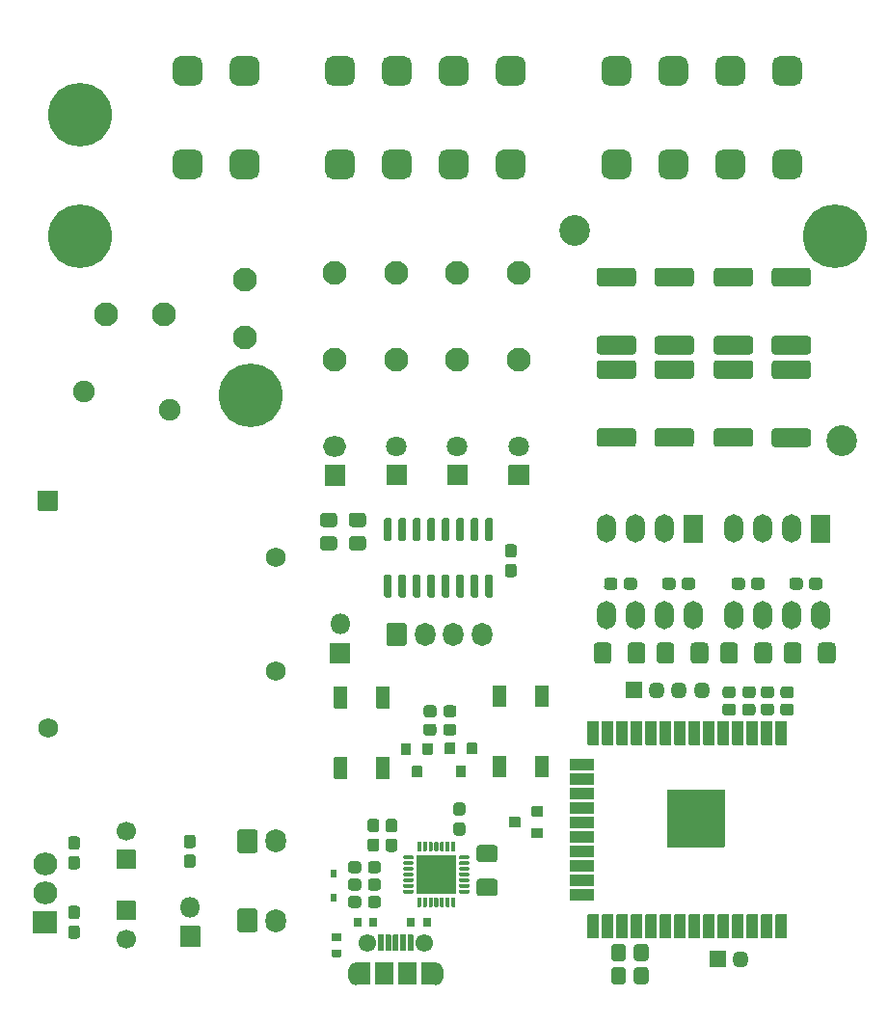
<source format=gbr>
G04 #@! TF.GenerationSoftware,KiCad,Pcbnew,(5.1.12)-1*
G04 #@! TF.CreationDate,2022-01-16T14:13:14-03:00*
G04 #@! TF.ProjectId,hamodule,68616d6f-6475-46c6-952e-6b696361645f,rev?*
G04 #@! TF.SameCoordinates,Original*
G04 #@! TF.FileFunction,Soldermask,Top*
G04 #@! TF.FilePolarity,Negative*
%FSLAX46Y46*%
G04 Gerber Fmt 4.6, Leading zero omitted, Abs format (unit mm)*
G04 Created by KiCad (PCBNEW (5.1.12)-1) date 2022-01-16 14:13:14*
%MOMM*%
%LPD*%
G01*
G04 APERTURE LIST*
%ADD10C,2.700000*%
%ADD11O,1.450000X1.450000*%
%ADD12C,1.550000*%
%ADD13O,1.300000X2.000000*%
%ADD14O,1.800000X2.050000*%
%ADD15O,1.700000X2.500000*%
%ADD16C,5.600000*%
%ADD17O,2.050000X1.800000*%
%ADD18C,2.100000*%
%ADD19C,1.800000*%
%ADD20C,1.700000*%
%ADD21O,2.100000X2.005000*%
%ADD22C,1.750000*%
%ADD23O,1.800000X1.800000*%
%ADD24O,1.800000X2.100000*%
%ADD25C,1.900000*%
G04 APERTURE END LIST*
G36*
G01*
X142185000Y-139107500D02*
X141660000Y-139107500D01*
G75*
G02*
X141397500Y-138845000I0J262500D01*
G01*
X141397500Y-138195000D01*
G75*
G02*
X141660000Y-137932500I262500J0D01*
G01*
X142185000Y-137932500D01*
G75*
G02*
X142447500Y-138195000I0J-262500D01*
G01*
X142447500Y-138845000D01*
G75*
G02*
X142185000Y-139107500I-262500J0D01*
G01*
G37*
G36*
G01*
X142185000Y-140832500D02*
X141660000Y-140832500D01*
G75*
G02*
X141397500Y-140570000I0J262500D01*
G01*
X141397500Y-139920000D01*
G75*
G02*
X141660000Y-139657500I262500J0D01*
G01*
X142185000Y-139657500D01*
G75*
G02*
X142447500Y-139920000I0J-262500D01*
G01*
X142447500Y-140570000D01*
G75*
G02*
X142185000Y-140832500I-262500J0D01*
G01*
G37*
G36*
G01*
X197104500Y-122640957D02*
X197104500Y-121326043D01*
G75*
G02*
X197372043Y-121058500I267543J0D01*
G01*
X198361957Y-121058500D01*
G75*
G02*
X198629500Y-121326043I0J-267543D01*
G01*
X198629500Y-122640957D01*
G75*
G02*
X198361957Y-122908500I-267543J0D01*
G01*
X197372043Y-122908500D01*
G75*
G02*
X197104500Y-122640957I0J267543D01*
G01*
G37*
G36*
G01*
X194129500Y-122640957D02*
X194129500Y-121326043D01*
G75*
G02*
X194397043Y-121058500I267543J0D01*
G01*
X195386957Y-121058500D01*
G75*
G02*
X195654500Y-121326043I0J-267543D01*
G01*
X195654500Y-122640957D01*
G75*
G02*
X195386957Y-122908500I-267543J0D01*
G01*
X194397043Y-122908500D01*
G75*
G02*
X194129500Y-122640957I0J267543D01*
G01*
G37*
G36*
G01*
X190066500Y-121326043D02*
X190066500Y-122640957D01*
G75*
G02*
X189798957Y-122908500I-267543J0D01*
G01*
X188809043Y-122908500D01*
G75*
G02*
X188541500Y-122640957I0J267543D01*
G01*
X188541500Y-121326043D01*
G75*
G02*
X188809043Y-121058500I267543J0D01*
G01*
X189798957Y-121058500D01*
G75*
G02*
X190066500Y-121326043I0J-267543D01*
G01*
G37*
G36*
G01*
X193041500Y-121326043D02*
X193041500Y-122640957D01*
G75*
G02*
X192773957Y-122908500I-267543J0D01*
G01*
X191784043Y-122908500D01*
G75*
G02*
X191516500Y-122640957I0J267543D01*
G01*
X191516500Y-121326043D01*
G75*
G02*
X191784043Y-121058500I267543J0D01*
G01*
X192773957Y-121058500D01*
G75*
G02*
X193041500Y-121326043I0J-267543D01*
G01*
G37*
G36*
G01*
X178942500Y-121326043D02*
X178942500Y-122640957D01*
G75*
G02*
X178674957Y-122908500I-267543J0D01*
G01*
X177685043Y-122908500D01*
G75*
G02*
X177417500Y-122640957I0J267543D01*
G01*
X177417500Y-121326043D01*
G75*
G02*
X177685043Y-121058500I267543J0D01*
G01*
X178674957Y-121058500D01*
G75*
G02*
X178942500Y-121326043I0J-267543D01*
G01*
G37*
G36*
G01*
X181917500Y-121326043D02*
X181917500Y-122640957D01*
G75*
G02*
X181649957Y-122908500I-267543J0D01*
G01*
X180660043Y-122908500D01*
G75*
G02*
X180392500Y-122640957I0J267543D01*
G01*
X180392500Y-121326043D01*
G75*
G02*
X180660043Y-121058500I267543J0D01*
G01*
X181649957Y-121058500D01*
G75*
G02*
X181917500Y-121326043I0J-267543D01*
G01*
G37*
G36*
G01*
X185928500Y-122640957D02*
X185928500Y-121326043D01*
G75*
G02*
X186196043Y-121058500I267543J0D01*
G01*
X187185957Y-121058500D01*
G75*
G02*
X187453500Y-121326043I0J-267543D01*
G01*
X187453500Y-122640957D01*
G75*
G02*
X187185957Y-122908500I-267543J0D01*
G01*
X186196043Y-122908500D01*
G75*
G02*
X185928500Y-122640957I0J267543D01*
G01*
G37*
G36*
G01*
X182953500Y-122640957D02*
X182953500Y-121326043D01*
G75*
G02*
X183221043Y-121058500I267543J0D01*
G01*
X184210957Y-121058500D01*
G75*
G02*
X184478500Y-121326043I0J-267543D01*
G01*
X184478500Y-122640957D01*
G75*
G02*
X184210957Y-122908500I-267543J0D01*
G01*
X183221043Y-122908500D01*
G75*
G02*
X182953500Y-122640957I0J267543D01*
G01*
G37*
G36*
G01*
X167376243Y-141795000D02*
X168691157Y-141795000D01*
G75*
G02*
X168958700Y-142062543I0J-267543D01*
G01*
X168958700Y-143052457D01*
G75*
G02*
X168691157Y-143320000I-267543J0D01*
G01*
X167376243Y-143320000D01*
G75*
G02*
X167108700Y-143052457I0J267543D01*
G01*
X167108700Y-142062543D01*
G75*
G02*
X167376243Y-141795000I267543J0D01*
G01*
G37*
G36*
G01*
X167376243Y-138820000D02*
X168691157Y-138820000D01*
G75*
G02*
X168958700Y-139087543I0J-267543D01*
G01*
X168958700Y-140077457D01*
G75*
G02*
X168691157Y-140345000I-267543J0D01*
G01*
X167376243Y-140345000D01*
G75*
G02*
X167108700Y-140077457I0J267543D01*
G01*
X167108700Y-139087543D01*
G75*
G02*
X167376243Y-138820000I267543J0D01*
G01*
G37*
D10*
X175704500Y-84899500D03*
X199174100Y-103289100D03*
G36*
G01*
X164204900Y-127351400D02*
X164204900Y-126826400D01*
G75*
G02*
X164467400Y-126563900I262500J0D01*
G01*
X165092400Y-126563900D01*
G75*
G02*
X165354900Y-126826400I0J-262500D01*
G01*
X165354900Y-127351400D01*
G75*
G02*
X165092400Y-127613900I-262500J0D01*
G01*
X164467400Y-127613900D01*
G75*
G02*
X164204900Y-127351400I0J262500D01*
G01*
G37*
G36*
G01*
X162454900Y-127351400D02*
X162454900Y-126826400D01*
G75*
G02*
X162717400Y-126563900I262500J0D01*
G01*
X163342400Y-126563900D01*
G75*
G02*
X163604900Y-126826400I0J-262500D01*
G01*
X163604900Y-127351400D01*
G75*
G02*
X163342400Y-127613900I-262500J0D01*
G01*
X162717400Y-127613900D01*
G75*
G02*
X162454900Y-127351400I0J262500D01*
G01*
G37*
G36*
G01*
X163582100Y-128438000D02*
X163582100Y-128963000D01*
G75*
G02*
X163319600Y-129225500I-262500J0D01*
G01*
X162694600Y-129225500D01*
G75*
G02*
X162432100Y-128963000I0J262500D01*
G01*
X162432100Y-128438000D01*
G75*
G02*
X162694600Y-128175500I262500J0D01*
G01*
X163319600Y-128175500D01*
G75*
G02*
X163582100Y-128438000I0J-262500D01*
G01*
G37*
G36*
G01*
X165332100Y-128438000D02*
X165332100Y-128963000D01*
G75*
G02*
X165069600Y-129225500I-262500J0D01*
G01*
X164444600Y-129225500D01*
G75*
G02*
X164182100Y-128963000I0J262500D01*
G01*
X164182100Y-128438000D01*
G75*
G02*
X164444600Y-128175500I262500J0D01*
G01*
X165069600Y-128175500D01*
G75*
G02*
X165332100Y-128438000I0J-262500D01*
G01*
G37*
G36*
G01*
X196308500Y-116150000D02*
X196308500Y-115625000D01*
G75*
G02*
X196571000Y-115362500I262500J0D01*
G01*
X197221000Y-115362500D01*
G75*
G02*
X197483500Y-115625000I0J-262500D01*
G01*
X197483500Y-116150000D01*
G75*
G02*
X197221000Y-116412500I-262500J0D01*
G01*
X196571000Y-116412500D01*
G75*
G02*
X196308500Y-116150000I0J262500D01*
G01*
G37*
G36*
G01*
X194583500Y-116150000D02*
X194583500Y-115625000D01*
G75*
G02*
X194846000Y-115362500I262500J0D01*
G01*
X195496000Y-115362500D01*
G75*
G02*
X195758500Y-115625000I0J-262500D01*
G01*
X195758500Y-116150000D01*
G75*
G02*
X195496000Y-116412500I-262500J0D01*
G01*
X194846000Y-116412500D01*
G75*
G02*
X194583500Y-116150000I0J262500D01*
G01*
G37*
G36*
G01*
X190678500Y-115625000D02*
X190678500Y-116150000D01*
G75*
G02*
X190416000Y-116412500I-262500J0D01*
G01*
X189766000Y-116412500D01*
G75*
G02*
X189503500Y-116150000I0J262500D01*
G01*
X189503500Y-115625000D01*
G75*
G02*
X189766000Y-115362500I262500J0D01*
G01*
X190416000Y-115362500D01*
G75*
G02*
X190678500Y-115625000I0J-262500D01*
G01*
G37*
G36*
G01*
X192403500Y-115625000D02*
X192403500Y-116150000D01*
G75*
G02*
X192141000Y-116412500I-262500J0D01*
G01*
X191491000Y-116412500D01*
G75*
G02*
X191228500Y-116150000I0J262500D01*
G01*
X191228500Y-115625000D01*
G75*
G02*
X191491000Y-115362500I262500J0D01*
G01*
X192141000Y-115362500D01*
G75*
G02*
X192403500Y-115625000I0J-262500D01*
G01*
G37*
G36*
G01*
X185132500Y-116150000D02*
X185132500Y-115625000D01*
G75*
G02*
X185395000Y-115362500I262500J0D01*
G01*
X186045000Y-115362500D01*
G75*
G02*
X186307500Y-115625000I0J-262500D01*
G01*
X186307500Y-116150000D01*
G75*
G02*
X186045000Y-116412500I-262500J0D01*
G01*
X185395000Y-116412500D01*
G75*
G02*
X185132500Y-116150000I0J262500D01*
G01*
G37*
G36*
G01*
X183407500Y-116150000D02*
X183407500Y-115625000D01*
G75*
G02*
X183670000Y-115362500I262500J0D01*
G01*
X184320000Y-115362500D01*
G75*
G02*
X184582500Y-115625000I0J-262500D01*
G01*
X184582500Y-116150000D01*
G75*
G02*
X184320000Y-116412500I-262500J0D01*
G01*
X183670000Y-116412500D01*
G75*
G02*
X183407500Y-116150000I0J262500D01*
G01*
G37*
G36*
G01*
X179484500Y-115625000D02*
X179484500Y-116150000D01*
G75*
G02*
X179222000Y-116412500I-262500J0D01*
G01*
X178572000Y-116412500D01*
G75*
G02*
X178309500Y-116150000I0J262500D01*
G01*
X178309500Y-115625000D01*
G75*
G02*
X178572000Y-115362500I262500J0D01*
G01*
X179222000Y-115362500D01*
G75*
G02*
X179484500Y-115625000I0J-262500D01*
G01*
G37*
G36*
G01*
X181209500Y-115625000D02*
X181209500Y-116150000D01*
G75*
G02*
X180947000Y-116412500I-262500J0D01*
G01*
X180297000Y-116412500D01*
G75*
G02*
X180034500Y-116150000I0J262500D01*
G01*
X180034500Y-115625000D01*
G75*
G02*
X180297000Y-115362500I262500J0D01*
G01*
X180947000Y-115362500D01*
G75*
G02*
X181209500Y-115625000I0J-262500D01*
G01*
G37*
G36*
G01*
X131500000Y-145889500D02*
X132025000Y-145889500D01*
G75*
G02*
X132287500Y-146152000I0J-262500D01*
G01*
X132287500Y-146802000D01*
G75*
G02*
X132025000Y-147064500I-262500J0D01*
G01*
X131500000Y-147064500D01*
G75*
G02*
X131237500Y-146802000I0J262500D01*
G01*
X131237500Y-146152000D01*
G75*
G02*
X131500000Y-145889500I262500J0D01*
G01*
G37*
G36*
G01*
X131500000Y-144164500D02*
X132025000Y-144164500D01*
G75*
G02*
X132287500Y-144427000I0J-262500D01*
G01*
X132287500Y-145077000D01*
G75*
G02*
X132025000Y-145339500I-262500J0D01*
G01*
X131500000Y-145339500D01*
G75*
G02*
X131237500Y-145077000I0J262500D01*
G01*
X131237500Y-144427000D01*
G75*
G02*
X131500000Y-144164500I262500J0D01*
G01*
G37*
G36*
G01*
X132025000Y-139243500D02*
X131500000Y-139243500D01*
G75*
G02*
X131237500Y-138981000I0J262500D01*
G01*
X131237500Y-138331000D01*
G75*
G02*
X131500000Y-138068500I262500J0D01*
G01*
X132025000Y-138068500D01*
G75*
G02*
X132287500Y-138331000I0J-262500D01*
G01*
X132287500Y-138981000D01*
G75*
G02*
X132025000Y-139243500I-262500J0D01*
G01*
G37*
G36*
G01*
X132025000Y-140968500D02*
X131500000Y-140968500D01*
G75*
G02*
X131237500Y-140706000I0J262500D01*
G01*
X131237500Y-140056000D01*
G75*
G02*
X131500000Y-139793500I262500J0D01*
G01*
X132025000Y-139793500D01*
G75*
G02*
X132287500Y-140056000I0J-262500D01*
G01*
X132287500Y-140706000D01*
G75*
G02*
X132025000Y-140968500I-262500J0D01*
G01*
G37*
G36*
G01*
X169854000Y-114139500D02*
X170379000Y-114139500D01*
G75*
G02*
X170641500Y-114402000I0J-262500D01*
G01*
X170641500Y-115052000D01*
G75*
G02*
X170379000Y-115314500I-262500J0D01*
G01*
X169854000Y-115314500D01*
G75*
G02*
X169591500Y-115052000I0J262500D01*
G01*
X169591500Y-114402000D01*
G75*
G02*
X169854000Y-114139500I262500J0D01*
G01*
G37*
G36*
G01*
X169854000Y-112414500D02*
X170379000Y-112414500D01*
G75*
G02*
X170641500Y-112677000I0J-262500D01*
G01*
X170641500Y-113327000D01*
G75*
G02*
X170379000Y-113589500I-262500J0D01*
G01*
X169854000Y-113589500D01*
G75*
G02*
X169591500Y-113327000I0J262500D01*
G01*
X169591500Y-112677000D01*
G75*
G02*
X169854000Y-112414500I262500J0D01*
G01*
G37*
G36*
G01*
X189881000Y-126674000D02*
X189881000Y-127199000D01*
G75*
G02*
X189618500Y-127461500I-262500J0D01*
G01*
X188968500Y-127461500D01*
G75*
G02*
X188706000Y-127199000I0J262500D01*
G01*
X188706000Y-126674000D01*
G75*
G02*
X188968500Y-126411500I262500J0D01*
G01*
X189618500Y-126411500D01*
G75*
G02*
X189881000Y-126674000I0J-262500D01*
G01*
G37*
G36*
G01*
X191606000Y-126674000D02*
X191606000Y-127199000D01*
G75*
G02*
X191343500Y-127461500I-262500J0D01*
G01*
X190693500Y-127461500D01*
G75*
G02*
X190431000Y-127199000I0J262500D01*
G01*
X190431000Y-126674000D01*
G75*
G02*
X190693500Y-126411500I262500J0D01*
G01*
X191343500Y-126411500D01*
G75*
G02*
X191606000Y-126674000I0J-262500D01*
G01*
G37*
G36*
G01*
X193786000Y-127199000D02*
X193786000Y-126674000D01*
G75*
G02*
X194048500Y-126411500I262500J0D01*
G01*
X194698500Y-126411500D01*
G75*
G02*
X194961000Y-126674000I0J-262500D01*
G01*
X194961000Y-127199000D01*
G75*
G02*
X194698500Y-127461500I-262500J0D01*
G01*
X194048500Y-127461500D01*
G75*
G02*
X193786000Y-127199000I0J262500D01*
G01*
G37*
G36*
G01*
X192061000Y-127199000D02*
X192061000Y-126674000D01*
G75*
G02*
X192323500Y-126411500I262500J0D01*
G01*
X192973500Y-126411500D01*
G75*
G02*
X193236000Y-126674000I0J-262500D01*
G01*
X193236000Y-127199000D01*
G75*
G02*
X192973500Y-127461500I-262500J0D01*
G01*
X192323500Y-127461500D01*
G75*
G02*
X192061000Y-127199000I0J262500D01*
G01*
G37*
G36*
G01*
X158314000Y-137698900D02*
X157789000Y-137698900D01*
G75*
G02*
X157526500Y-137436400I0J262500D01*
G01*
X157526500Y-136786400D01*
G75*
G02*
X157789000Y-136523900I262500J0D01*
G01*
X158314000Y-136523900D01*
G75*
G02*
X158576500Y-136786400I0J-262500D01*
G01*
X158576500Y-137436400D01*
G75*
G02*
X158314000Y-137698900I-262500J0D01*
G01*
G37*
G36*
G01*
X158314000Y-139423900D02*
X157789000Y-139423900D01*
G75*
G02*
X157526500Y-139161400I0J262500D01*
G01*
X157526500Y-138511400D01*
G75*
G02*
X157789000Y-138248900I262500J0D01*
G01*
X158314000Y-138248900D01*
G75*
G02*
X158576500Y-138511400I0J-262500D01*
G01*
X158576500Y-139161400D01*
G75*
G02*
X158314000Y-139423900I-262500J0D01*
G01*
G37*
G36*
G01*
X161901000Y-139689500D02*
X165251000Y-139689500D01*
G75*
G02*
X165301000Y-139739500I0J-50000D01*
G01*
X165301000Y-143089500D01*
G75*
G02*
X165251000Y-143139500I-50000J0D01*
G01*
X161901000Y-143139500D01*
G75*
G02*
X161851000Y-143089500I0J50000D01*
G01*
X161851000Y-139739500D01*
G75*
G02*
X161901000Y-139689500I50000J0D01*
G01*
G37*
G36*
G01*
X165663500Y-139739500D02*
X166388500Y-139739500D01*
G75*
G02*
X166476000Y-139827000I0J-87500D01*
G01*
X166476000Y-140002000D01*
G75*
G02*
X166388500Y-140089500I-87500J0D01*
G01*
X165663500Y-140089500D01*
G75*
G02*
X165576000Y-140002000I0J87500D01*
G01*
X165576000Y-139827000D01*
G75*
G02*
X165663500Y-139739500I87500J0D01*
G01*
G37*
G36*
G01*
X165663500Y-140239500D02*
X166388500Y-140239500D01*
G75*
G02*
X166476000Y-140327000I0J-87500D01*
G01*
X166476000Y-140502000D01*
G75*
G02*
X166388500Y-140589500I-87500J0D01*
G01*
X165663500Y-140589500D01*
G75*
G02*
X165576000Y-140502000I0J87500D01*
G01*
X165576000Y-140327000D01*
G75*
G02*
X165663500Y-140239500I87500J0D01*
G01*
G37*
G36*
G01*
X165663500Y-140739500D02*
X166388500Y-140739500D01*
G75*
G02*
X166476000Y-140827000I0J-87500D01*
G01*
X166476000Y-141002000D01*
G75*
G02*
X166388500Y-141089500I-87500J0D01*
G01*
X165663500Y-141089500D01*
G75*
G02*
X165576000Y-141002000I0J87500D01*
G01*
X165576000Y-140827000D01*
G75*
G02*
X165663500Y-140739500I87500J0D01*
G01*
G37*
G36*
G01*
X165663500Y-141239500D02*
X166388500Y-141239500D01*
G75*
G02*
X166476000Y-141327000I0J-87500D01*
G01*
X166476000Y-141502000D01*
G75*
G02*
X166388500Y-141589500I-87500J0D01*
G01*
X165663500Y-141589500D01*
G75*
G02*
X165576000Y-141502000I0J87500D01*
G01*
X165576000Y-141327000D01*
G75*
G02*
X165663500Y-141239500I87500J0D01*
G01*
G37*
G36*
G01*
X165663500Y-141739500D02*
X166388500Y-141739500D01*
G75*
G02*
X166476000Y-141827000I0J-87500D01*
G01*
X166476000Y-142002000D01*
G75*
G02*
X166388500Y-142089500I-87500J0D01*
G01*
X165663500Y-142089500D01*
G75*
G02*
X165576000Y-142002000I0J87500D01*
G01*
X165576000Y-141827000D01*
G75*
G02*
X165663500Y-141739500I87500J0D01*
G01*
G37*
G36*
G01*
X165663500Y-142239500D02*
X166388500Y-142239500D01*
G75*
G02*
X166476000Y-142327000I0J-87500D01*
G01*
X166476000Y-142502000D01*
G75*
G02*
X166388500Y-142589500I-87500J0D01*
G01*
X165663500Y-142589500D01*
G75*
G02*
X165576000Y-142502000I0J87500D01*
G01*
X165576000Y-142327000D01*
G75*
G02*
X165663500Y-142239500I87500J0D01*
G01*
G37*
G36*
G01*
X165663500Y-142739500D02*
X166388500Y-142739500D01*
G75*
G02*
X166476000Y-142827000I0J-87500D01*
G01*
X166476000Y-143002000D01*
G75*
G02*
X166388500Y-143089500I-87500J0D01*
G01*
X165663500Y-143089500D01*
G75*
G02*
X165576000Y-143002000I0J87500D01*
G01*
X165576000Y-142827000D01*
G75*
G02*
X165663500Y-142739500I87500J0D01*
G01*
G37*
G36*
G01*
X164988500Y-143414500D02*
X165163500Y-143414500D01*
G75*
G02*
X165251000Y-143502000I0J-87500D01*
G01*
X165251000Y-144227000D01*
G75*
G02*
X165163500Y-144314500I-87500J0D01*
G01*
X164988500Y-144314500D01*
G75*
G02*
X164901000Y-144227000I0J87500D01*
G01*
X164901000Y-143502000D01*
G75*
G02*
X164988500Y-143414500I87500J0D01*
G01*
G37*
G36*
G01*
X164488500Y-143414500D02*
X164663500Y-143414500D01*
G75*
G02*
X164751000Y-143502000I0J-87500D01*
G01*
X164751000Y-144227000D01*
G75*
G02*
X164663500Y-144314500I-87500J0D01*
G01*
X164488500Y-144314500D01*
G75*
G02*
X164401000Y-144227000I0J87500D01*
G01*
X164401000Y-143502000D01*
G75*
G02*
X164488500Y-143414500I87500J0D01*
G01*
G37*
G36*
G01*
X163988500Y-143414500D02*
X164163500Y-143414500D01*
G75*
G02*
X164251000Y-143502000I0J-87500D01*
G01*
X164251000Y-144227000D01*
G75*
G02*
X164163500Y-144314500I-87500J0D01*
G01*
X163988500Y-144314500D01*
G75*
G02*
X163901000Y-144227000I0J87500D01*
G01*
X163901000Y-143502000D01*
G75*
G02*
X163988500Y-143414500I87500J0D01*
G01*
G37*
G36*
G01*
X163488500Y-143414500D02*
X163663500Y-143414500D01*
G75*
G02*
X163751000Y-143502000I0J-87500D01*
G01*
X163751000Y-144227000D01*
G75*
G02*
X163663500Y-144314500I-87500J0D01*
G01*
X163488500Y-144314500D01*
G75*
G02*
X163401000Y-144227000I0J87500D01*
G01*
X163401000Y-143502000D01*
G75*
G02*
X163488500Y-143414500I87500J0D01*
G01*
G37*
G36*
G01*
X162988500Y-143414500D02*
X163163500Y-143414500D01*
G75*
G02*
X163251000Y-143502000I0J-87500D01*
G01*
X163251000Y-144227000D01*
G75*
G02*
X163163500Y-144314500I-87500J0D01*
G01*
X162988500Y-144314500D01*
G75*
G02*
X162901000Y-144227000I0J87500D01*
G01*
X162901000Y-143502000D01*
G75*
G02*
X162988500Y-143414500I87500J0D01*
G01*
G37*
G36*
G01*
X162488500Y-143414500D02*
X162663500Y-143414500D01*
G75*
G02*
X162751000Y-143502000I0J-87500D01*
G01*
X162751000Y-144227000D01*
G75*
G02*
X162663500Y-144314500I-87500J0D01*
G01*
X162488500Y-144314500D01*
G75*
G02*
X162401000Y-144227000I0J87500D01*
G01*
X162401000Y-143502000D01*
G75*
G02*
X162488500Y-143414500I87500J0D01*
G01*
G37*
G36*
G01*
X161988500Y-143414500D02*
X162163500Y-143414500D01*
G75*
G02*
X162251000Y-143502000I0J-87500D01*
G01*
X162251000Y-144227000D01*
G75*
G02*
X162163500Y-144314500I-87500J0D01*
G01*
X161988500Y-144314500D01*
G75*
G02*
X161901000Y-144227000I0J87500D01*
G01*
X161901000Y-143502000D01*
G75*
G02*
X161988500Y-143414500I87500J0D01*
G01*
G37*
G36*
G01*
X160763500Y-142739500D02*
X161488500Y-142739500D01*
G75*
G02*
X161576000Y-142827000I0J-87500D01*
G01*
X161576000Y-143002000D01*
G75*
G02*
X161488500Y-143089500I-87500J0D01*
G01*
X160763500Y-143089500D01*
G75*
G02*
X160676000Y-143002000I0J87500D01*
G01*
X160676000Y-142827000D01*
G75*
G02*
X160763500Y-142739500I87500J0D01*
G01*
G37*
G36*
G01*
X160763500Y-142239500D02*
X161488500Y-142239500D01*
G75*
G02*
X161576000Y-142327000I0J-87500D01*
G01*
X161576000Y-142502000D01*
G75*
G02*
X161488500Y-142589500I-87500J0D01*
G01*
X160763500Y-142589500D01*
G75*
G02*
X160676000Y-142502000I0J87500D01*
G01*
X160676000Y-142327000D01*
G75*
G02*
X160763500Y-142239500I87500J0D01*
G01*
G37*
G36*
G01*
X160763500Y-141739500D02*
X161488500Y-141739500D01*
G75*
G02*
X161576000Y-141827000I0J-87500D01*
G01*
X161576000Y-142002000D01*
G75*
G02*
X161488500Y-142089500I-87500J0D01*
G01*
X160763500Y-142089500D01*
G75*
G02*
X160676000Y-142002000I0J87500D01*
G01*
X160676000Y-141827000D01*
G75*
G02*
X160763500Y-141739500I87500J0D01*
G01*
G37*
G36*
G01*
X160763500Y-141239500D02*
X161488500Y-141239500D01*
G75*
G02*
X161576000Y-141327000I0J-87500D01*
G01*
X161576000Y-141502000D01*
G75*
G02*
X161488500Y-141589500I-87500J0D01*
G01*
X160763500Y-141589500D01*
G75*
G02*
X160676000Y-141502000I0J87500D01*
G01*
X160676000Y-141327000D01*
G75*
G02*
X160763500Y-141239500I87500J0D01*
G01*
G37*
G36*
G01*
X160763500Y-140739500D02*
X161488500Y-140739500D01*
G75*
G02*
X161576000Y-140827000I0J-87500D01*
G01*
X161576000Y-141002000D01*
G75*
G02*
X161488500Y-141089500I-87500J0D01*
G01*
X160763500Y-141089500D01*
G75*
G02*
X160676000Y-141002000I0J87500D01*
G01*
X160676000Y-140827000D01*
G75*
G02*
X160763500Y-140739500I87500J0D01*
G01*
G37*
G36*
G01*
X160763500Y-140239500D02*
X161488500Y-140239500D01*
G75*
G02*
X161576000Y-140327000I0J-87500D01*
G01*
X161576000Y-140502000D01*
G75*
G02*
X161488500Y-140589500I-87500J0D01*
G01*
X160763500Y-140589500D01*
G75*
G02*
X160676000Y-140502000I0J87500D01*
G01*
X160676000Y-140327000D01*
G75*
G02*
X160763500Y-140239500I87500J0D01*
G01*
G37*
G36*
G01*
X160763500Y-139739500D02*
X161488500Y-139739500D01*
G75*
G02*
X161576000Y-139827000I0J-87500D01*
G01*
X161576000Y-140002000D01*
G75*
G02*
X161488500Y-140089500I-87500J0D01*
G01*
X160763500Y-140089500D01*
G75*
G02*
X160676000Y-140002000I0J87500D01*
G01*
X160676000Y-139827000D01*
G75*
G02*
X160763500Y-139739500I87500J0D01*
G01*
G37*
G36*
G01*
X161988500Y-138514500D02*
X162163500Y-138514500D01*
G75*
G02*
X162251000Y-138602000I0J-87500D01*
G01*
X162251000Y-139327000D01*
G75*
G02*
X162163500Y-139414500I-87500J0D01*
G01*
X161988500Y-139414500D01*
G75*
G02*
X161901000Y-139327000I0J87500D01*
G01*
X161901000Y-138602000D01*
G75*
G02*
X161988500Y-138514500I87500J0D01*
G01*
G37*
G36*
G01*
X162488500Y-138514500D02*
X162663500Y-138514500D01*
G75*
G02*
X162751000Y-138602000I0J-87500D01*
G01*
X162751000Y-139327000D01*
G75*
G02*
X162663500Y-139414500I-87500J0D01*
G01*
X162488500Y-139414500D01*
G75*
G02*
X162401000Y-139327000I0J87500D01*
G01*
X162401000Y-138602000D01*
G75*
G02*
X162488500Y-138514500I87500J0D01*
G01*
G37*
G36*
G01*
X162988500Y-138514500D02*
X163163500Y-138514500D01*
G75*
G02*
X163251000Y-138602000I0J-87500D01*
G01*
X163251000Y-139327000D01*
G75*
G02*
X163163500Y-139414500I-87500J0D01*
G01*
X162988500Y-139414500D01*
G75*
G02*
X162901000Y-139327000I0J87500D01*
G01*
X162901000Y-138602000D01*
G75*
G02*
X162988500Y-138514500I87500J0D01*
G01*
G37*
G36*
G01*
X163488500Y-138514500D02*
X163663500Y-138514500D01*
G75*
G02*
X163751000Y-138602000I0J-87500D01*
G01*
X163751000Y-139327000D01*
G75*
G02*
X163663500Y-139414500I-87500J0D01*
G01*
X163488500Y-139414500D01*
G75*
G02*
X163401000Y-139327000I0J87500D01*
G01*
X163401000Y-138602000D01*
G75*
G02*
X163488500Y-138514500I87500J0D01*
G01*
G37*
G36*
G01*
X163988500Y-138514500D02*
X164163500Y-138514500D01*
G75*
G02*
X164251000Y-138602000I0J-87500D01*
G01*
X164251000Y-139327000D01*
G75*
G02*
X164163500Y-139414500I-87500J0D01*
G01*
X163988500Y-139414500D01*
G75*
G02*
X163901000Y-139327000I0J87500D01*
G01*
X163901000Y-138602000D01*
G75*
G02*
X163988500Y-138514500I87500J0D01*
G01*
G37*
G36*
G01*
X164488500Y-138514500D02*
X164663500Y-138514500D01*
G75*
G02*
X164751000Y-138602000I0J-87500D01*
G01*
X164751000Y-139327000D01*
G75*
G02*
X164663500Y-139414500I-87500J0D01*
G01*
X164488500Y-139414500D01*
G75*
G02*
X164401000Y-139327000I0J87500D01*
G01*
X164401000Y-138602000D01*
G75*
G02*
X164488500Y-138514500I87500J0D01*
G01*
G37*
G36*
G01*
X164988500Y-138514500D02*
X165163500Y-138514500D01*
G75*
G02*
X165251000Y-138602000I0J-87500D01*
G01*
X165251000Y-139327000D01*
G75*
G02*
X165163500Y-139414500I-87500J0D01*
G01*
X164988500Y-139414500D01*
G75*
G02*
X164901000Y-139327000I0J87500D01*
G01*
X164901000Y-138602000D01*
G75*
G02*
X164988500Y-138514500I87500J0D01*
G01*
G37*
G36*
G01*
X180228000Y-147793332D02*
X180228000Y-148751668D01*
G75*
G02*
X179957168Y-149022500I-270832J0D01*
G01*
X179198832Y-149022500D01*
G75*
G02*
X178928000Y-148751668I0J270832D01*
G01*
X178928000Y-147793332D01*
G75*
G02*
X179198832Y-147522500I270832J0D01*
G01*
X179957168Y-147522500D01*
G75*
G02*
X180228000Y-147793332I0J-270832D01*
G01*
G37*
G36*
G01*
X182228000Y-147793332D02*
X182228000Y-148751668D01*
G75*
G02*
X181957168Y-149022500I-270832J0D01*
G01*
X181198832Y-149022500D01*
G75*
G02*
X180928000Y-148751668I0J270832D01*
G01*
X180928000Y-147793332D01*
G75*
G02*
X181198832Y-147522500I270832J0D01*
G01*
X181957168Y-147522500D01*
G75*
G02*
X182228000Y-147793332I0J-270832D01*
G01*
G37*
G36*
G01*
X180228000Y-149825332D02*
X180228000Y-150783668D01*
G75*
G02*
X179957168Y-151054500I-270832J0D01*
G01*
X179198832Y-151054500D01*
G75*
G02*
X178928000Y-150783668I0J270832D01*
G01*
X178928000Y-149825332D01*
G75*
G02*
X179198832Y-149554500I270832J0D01*
G01*
X179957168Y-149554500D01*
G75*
G02*
X180228000Y-149825332I0J-270832D01*
G01*
G37*
G36*
G01*
X182228000Y-149825332D02*
X182228000Y-150783668D01*
G75*
G02*
X181957168Y-151054500I-270832J0D01*
G01*
X181198832Y-151054500D01*
G75*
G02*
X180928000Y-150783668I0J270832D01*
G01*
X180928000Y-149825332D01*
G75*
G02*
X181198832Y-149554500I270832J0D01*
G01*
X181957168Y-149554500D01*
G75*
G02*
X182228000Y-149825332I0J-270832D01*
G01*
G37*
G36*
G01*
X177928892Y-102236000D02*
X180846108Y-102236000D01*
G75*
G02*
X181112500Y-102502392I0J-266392D01*
G01*
X181112500Y-103594608D01*
G75*
G02*
X180846108Y-103861000I-266392J0D01*
G01*
X177928892Y-103861000D01*
G75*
G02*
X177662500Y-103594608I0J266392D01*
G01*
X177662500Y-102502392D01*
G75*
G02*
X177928892Y-102236000I266392J0D01*
G01*
G37*
G36*
G01*
X177928892Y-96261000D02*
X180846108Y-96261000D01*
G75*
G02*
X181112500Y-96527392I0J-266392D01*
G01*
X181112500Y-97619608D01*
G75*
G02*
X180846108Y-97886000I-266392J0D01*
G01*
X177928892Y-97886000D01*
G75*
G02*
X177662500Y-97619608I0J266392D01*
G01*
X177662500Y-96527392D01*
G75*
G02*
X177928892Y-96261000I266392J0D01*
G01*
G37*
G36*
G01*
X154334000Y-143096500D02*
X154784000Y-143096500D01*
G75*
G02*
X154834000Y-143146500I0J-50000D01*
G01*
X154834000Y-143746500D01*
G75*
G02*
X154784000Y-143796500I-50000J0D01*
G01*
X154334000Y-143796500D01*
G75*
G02*
X154284000Y-143746500I0J50000D01*
G01*
X154284000Y-143146500D01*
G75*
G02*
X154334000Y-143096500I50000J0D01*
G01*
G37*
G36*
G01*
X154334000Y-140996500D02*
X154784000Y-140996500D01*
G75*
G02*
X154834000Y-141046500I0J-50000D01*
G01*
X154834000Y-141646500D01*
G75*
G02*
X154784000Y-141696500I-50000J0D01*
G01*
X154334000Y-141696500D01*
G75*
G02*
X154284000Y-141646500I0J50000D01*
G01*
X154284000Y-141046500D01*
G75*
G02*
X154334000Y-140996500I50000J0D01*
G01*
G37*
G36*
G01*
X165332800Y-136851700D02*
X165857800Y-136851700D01*
G75*
G02*
X166120300Y-137114200I0J-262500D01*
G01*
X166120300Y-137739200D01*
G75*
G02*
X165857800Y-138001700I-262500J0D01*
G01*
X165332800Y-138001700D01*
G75*
G02*
X165070300Y-137739200I0J262500D01*
G01*
X165070300Y-137114200D01*
G75*
G02*
X165332800Y-136851700I262500J0D01*
G01*
G37*
G36*
G01*
X165332800Y-135101700D02*
X165857800Y-135101700D01*
G75*
G02*
X166120300Y-135364200I0J-262500D01*
G01*
X166120300Y-135989200D01*
G75*
G02*
X165857800Y-136251700I-262500J0D01*
G01*
X165332800Y-136251700D01*
G75*
G02*
X165070300Y-135989200I0J262500D01*
G01*
X165070300Y-135364200D01*
G75*
G02*
X165332800Y-135101700I262500J0D01*
G01*
G37*
G36*
G01*
X156975500Y-142041000D02*
X156975500Y-142566000D01*
G75*
G02*
X156713000Y-142828500I-262500J0D01*
G01*
X156088000Y-142828500D01*
G75*
G02*
X155825500Y-142566000I0J262500D01*
G01*
X155825500Y-142041000D01*
G75*
G02*
X156088000Y-141778500I262500J0D01*
G01*
X156713000Y-141778500D01*
G75*
G02*
X156975500Y-142041000I0J-262500D01*
G01*
G37*
G36*
G01*
X158725500Y-142041000D02*
X158725500Y-142566000D01*
G75*
G02*
X158463000Y-142828500I-262500J0D01*
G01*
X157838000Y-142828500D01*
G75*
G02*
X157575500Y-142566000I0J262500D01*
G01*
X157575500Y-142041000D01*
G75*
G02*
X157838000Y-141778500I262500J0D01*
G01*
X158463000Y-141778500D01*
G75*
G02*
X158725500Y-142041000I0J-262500D01*
G01*
G37*
G36*
G01*
X157575500Y-141042000D02*
X157575500Y-140517000D01*
G75*
G02*
X157838000Y-140254500I262500J0D01*
G01*
X158463000Y-140254500D01*
G75*
G02*
X158725500Y-140517000I0J-262500D01*
G01*
X158725500Y-141042000D01*
G75*
G02*
X158463000Y-141304500I-262500J0D01*
G01*
X157838000Y-141304500D01*
G75*
G02*
X157575500Y-141042000I0J262500D01*
G01*
G37*
G36*
G01*
X155825500Y-141042000D02*
X155825500Y-140517000D01*
G75*
G02*
X156088000Y-140254500I262500J0D01*
G01*
X156713000Y-140254500D01*
G75*
G02*
X156975500Y-140517000I0J-262500D01*
G01*
X156975500Y-141042000D01*
G75*
G02*
X156713000Y-141304500I-262500J0D01*
G01*
X156088000Y-141304500D01*
G75*
G02*
X155825500Y-141042000I0J262500D01*
G01*
G37*
G36*
G01*
X156975500Y-143565000D02*
X156975500Y-144090000D01*
G75*
G02*
X156713000Y-144352500I-262500J0D01*
G01*
X156088000Y-144352500D01*
G75*
G02*
X155825500Y-144090000I0J262500D01*
G01*
X155825500Y-143565000D01*
G75*
G02*
X156088000Y-143302500I262500J0D01*
G01*
X156713000Y-143302500D01*
G75*
G02*
X156975500Y-143565000I0J-262500D01*
G01*
G37*
G36*
G01*
X158725500Y-143565000D02*
X158725500Y-144090000D01*
G75*
G02*
X158463000Y-144352500I-262500J0D01*
G01*
X157838000Y-144352500D01*
G75*
G02*
X157575500Y-144090000I0J262500D01*
G01*
X157575500Y-143565000D01*
G75*
G02*
X157838000Y-143302500I262500J0D01*
G01*
X158463000Y-143302500D01*
G75*
G02*
X158725500Y-143565000I0J-262500D01*
G01*
G37*
G36*
G01*
X170953300Y-136432300D02*
X170953300Y-137232300D01*
G75*
G02*
X170903300Y-137282300I-50000J0D01*
G01*
X170003300Y-137282300D01*
G75*
G02*
X169953300Y-137232300I0J50000D01*
G01*
X169953300Y-136432300D01*
G75*
G02*
X170003300Y-136382300I50000J0D01*
G01*
X170903300Y-136382300D01*
G75*
G02*
X170953300Y-136432300I0J-50000D01*
G01*
G37*
G36*
G01*
X172953300Y-135482300D02*
X172953300Y-136282300D01*
G75*
G02*
X172903300Y-136332300I-50000J0D01*
G01*
X172003300Y-136332300D01*
G75*
G02*
X171953300Y-136282300I0J50000D01*
G01*
X171953300Y-135482300D01*
G75*
G02*
X172003300Y-135432300I50000J0D01*
G01*
X172903300Y-135432300D01*
G75*
G02*
X172953300Y-135482300I0J-50000D01*
G01*
G37*
G36*
G01*
X172953300Y-137382300D02*
X172953300Y-138182300D01*
G75*
G02*
X172903300Y-138232300I-50000J0D01*
G01*
X172003300Y-138232300D01*
G75*
G02*
X171953300Y-138182300I0J50000D01*
G01*
X171953300Y-137382300D01*
G75*
G02*
X172003300Y-137332300I50000J0D01*
G01*
X172903300Y-137332300D01*
G75*
G02*
X172953300Y-137382300I0J-50000D01*
G01*
G37*
D11*
X190277500Y-148844000D03*
G36*
G01*
X188952500Y-149569000D02*
X187602500Y-149569000D01*
G75*
G02*
X187552500Y-149519000I0J50000D01*
G01*
X187552500Y-148169000D01*
G75*
G02*
X187602500Y-148119000I50000J0D01*
G01*
X188952500Y-148119000D01*
G75*
G02*
X189002500Y-148169000I0J-50000D01*
G01*
X189002500Y-149519000D01*
G75*
G02*
X188952500Y-149569000I-50000J0D01*
G01*
G37*
G36*
G01*
X181586500Y-125947000D02*
X180236500Y-125947000D01*
G75*
G02*
X180186500Y-125897000I0J50000D01*
G01*
X180186500Y-124547000D01*
G75*
G02*
X180236500Y-124497000I50000J0D01*
G01*
X181586500Y-124497000D01*
G75*
G02*
X181636500Y-124547000I0J-50000D01*
G01*
X181636500Y-125897000D01*
G75*
G02*
X181586500Y-125947000I-50000J0D01*
G01*
G37*
X182911500Y-125222000D03*
X184911500Y-125222000D03*
X186911500Y-125222000D03*
G36*
G01*
X159901500Y-137709400D02*
X159376500Y-137709400D01*
G75*
G02*
X159114000Y-137446900I0J262500D01*
G01*
X159114000Y-136796900D01*
G75*
G02*
X159376500Y-136534400I262500J0D01*
G01*
X159901500Y-136534400D01*
G75*
G02*
X160164000Y-136796900I0J-262500D01*
G01*
X160164000Y-137446900D01*
G75*
G02*
X159901500Y-137709400I-262500J0D01*
G01*
G37*
G36*
G01*
X159901500Y-139434400D02*
X159376500Y-139434400D01*
G75*
G02*
X159114000Y-139171900I0J262500D01*
G01*
X159114000Y-138521900D01*
G75*
G02*
X159376500Y-138259400I262500J0D01*
G01*
X159901500Y-138259400D01*
G75*
G02*
X160164000Y-138521900I0J-262500D01*
G01*
X160164000Y-139171900D01*
G75*
G02*
X159901500Y-139434400I-262500J0D01*
G01*
G37*
G36*
G01*
X160205000Y-151064000D02*
X160205000Y-149164000D01*
G75*
G02*
X160255000Y-149114000I50000J0D01*
G01*
X161755000Y-149114000D01*
G75*
G02*
X161805000Y-149164000I0J-50000D01*
G01*
X161805000Y-151064000D01*
G75*
G02*
X161755000Y-151114000I-50000J0D01*
G01*
X160255000Y-151114000D01*
G75*
G02*
X160205000Y-151064000I0J50000D01*
G01*
G37*
D12*
X157505000Y-147414000D03*
G36*
G01*
X159105000Y-148089000D02*
X159105000Y-146739000D01*
G75*
G02*
X159155000Y-146689000I50000J0D01*
G01*
X159555000Y-146689000D01*
G75*
G02*
X159605000Y-146739000I0J-50000D01*
G01*
X159605000Y-148089000D01*
G75*
G02*
X159555000Y-148139000I-50000J0D01*
G01*
X159155000Y-148139000D01*
G75*
G02*
X159105000Y-148089000I0J50000D01*
G01*
G37*
G36*
G01*
X158455000Y-148089000D02*
X158455000Y-146739000D01*
G75*
G02*
X158505000Y-146689000I50000J0D01*
G01*
X158905000Y-146689000D01*
G75*
G02*
X158955000Y-146739000I0J-50000D01*
G01*
X158955000Y-148089000D01*
G75*
G02*
X158905000Y-148139000I-50000J0D01*
G01*
X158505000Y-148139000D01*
G75*
G02*
X158455000Y-148089000I0J50000D01*
G01*
G37*
G36*
G01*
X161055000Y-148089000D02*
X161055000Y-146739000D01*
G75*
G02*
X161105000Y-146689000I50000J0D01*
G01*
X161505000Y-146689000D01*
G75*
G02*
X161555000Y-146739000I0J-50000D01*
G01*
X161555000Y-148089000D01*
G75*
G02*
X161505000Y-148139000I-50000J0D01*
G01*
X161105000Y-148139000D01*
G75*
G02*
X161055000Y-148089000I0J50000D01*
G01*
G37*
G36*
G01*
X160405000Y-148089000D02*
X160405000Y-146739000D01*
G75*
G02*
X160455000Y-146689000I50000J0D01*
G01*
X160855000Y-146689000D01*
G75*
G02*
X160905000Y-146739000I0J-50000D01*
G01*
X160905000Y-148089000D01*
G75*
G02*
X160855000Y-148139000I-50000J0D01*
G01*
X160455000Y-148139000D01*
G75*
G02*
X160405000Y-148089000I0J50000D01*
G01*
G37*
G36*
G01*
X159755000Y-148089000D02*
X159755000Y-146739000D01*
G75*
G02*
X159805000Y-146689000I50000J0D01*
G01*
X160205000Y-146689000D01*
G75*
G02*
X160255000Y-146739000I0J-50000D01*
G01*
X160255000Y-148089000D01*
G75*
G02*
X160205000Y-148139000I-50000J0D01*
G01*
X159805000Y-148139000D01*
G75*
G02*
X159755000Y-148089000I0J50000D01*
G01*
G37*
X162505000Y-147414000D03*
G36*
G01*
X158205000Y-151064000D02*
X158205000Y-149164000D01*
G75*
G02*
X158255000Y-149114000I50000J0D01*
G01*
X159755000Y-149114000D01*
G75*
G02*
X159805000Y-149164000I0J-50000D01*
G01*
X159805000Y-151064000D01*
G75*
G02*
X159755000Y-151114000I-50000J0D01*
G01*
X158255000Y-151114000D01*
G75*
G02*
X158205000Y-151064000I0J50000D01*
G01*
G37*
D13*
X156505000Y-150114000D03*
X163505000Y-150114000D03*
G36*
G01*
X162255000Y-151064000D02*
X162255000Y-149164000D01*
G75*
G02*
X162305000Y-149114000I50000J0D01*
G01*
X163505000Y-149114000D01*
G75*
G02*
X163555000Y-149164000I0J-50000D01*
G01*
X163555000Y-151064000D01*
G75*
G02*
X163505000Y-151114000I-50000J0D01*
G01*
X162305000Y-151114000D01*
G75*
G02*
X162255000Y-151064000I0J50000D01*
G01*
G37*
G36*
G01*
X156455000Y-151064000D02*
X156455000Y-149164000D01*
G75*
G02*
X156505000Y-149114000I50000J0D01*
G01*
X157705000Y-149114000D01*
G75*
G02*
X157755000Y-149164000I0J-50000D01*
G01*
X157755000Y-151064000D01*
G75*
G02*
X157705000Y-151114000I-50000J0D01*
G01*
X156505000Y-151114000D01*
G75*
G02*
X156455000Y-151064000I0J50000D01*
G01*
G37*
G36*
G01*
X183865500Y-133936500D02*
X188865500Y-133936500D01*
G75*
G02*
X188915500Y-133986500I0J-50000D01*
G01*
X188915500Y-138986500D01*
G75*
G02*
X188865500Y-139036500I-50000J0D01*
G01*
X183865500Y-139036500D01*
G75*
G02*
X183815500Y-138986500I0J50000D01*
G01*
X183815500Y-133986500D01*
G75*
G02*
X183865500Y-133936500I50000J0D01*
G01*
G37*
G36*
G01*
X193415500Y-127936500D02*
X194315500Y-127936500D01*
G75*
G02*
X194365500Y-127986500I0J-50000D01*
G01*
X194365500Y-129986500D01*
G75*
G02*
X194315500Y-130036500I-50000J0D01*
G01*
X193415500Y-130036500D01*
G75*
G02*
X193365500Y-129986500I0J50000D01*
G01*
X193365500Y-127986500D01*
G75*
G02*
X193415500Y-127936500I50000J0D01*
G01*
G37*
G36*
G01*
X192145500Y-127936500D02*
X193045500Y-127936500D01*
G75*
G02*
X193095500Y-127986500I0J-50000D01*
G01*
X193095500Y-129986500D01*
G75*
G02*
X193045500Y-130036500I-50000J0D01*
G01*
X192145500Y-130036500D01*
G75*
G02*
X192095500Y-129986500I0J50000D01*
G01*
X192095500Y-127986500D01*
G75*
G02*
X192145500Y-127936500I50000J0D01*
G01*
G37*
G36*
G01*
X190875500Y-127936500D02*
X191775500Y-127936500D01*
G75*
G02*
X191825500Y-127986500I0J-50000D01*
G01*
X191825500Y-129986500D01*
G75*
G02*
X191775500Y-130036500I-50000J0D01*
G01*
X190875500Y-130036500D01*
G75*
G02*
X190825500Y-129986500I0J50000D01*
G01*
X190825500Y-127986500D01*
G75*
G02*
X190875500Y-127936500I50000J0D01*
G01*
G37*
G36*
G01*
X189605500Y-127936500D02*
X190505500Y-127936500D01*
G75*
G02*
X190555500Y-127986500I0J-50000D01*
G01*
X190555500Y-129986500D01*
G75*
G02*
X190505500Y-130036500I-50000J0D01*
G01*
X189605500Y-130036500D01*
G75*
G02*
X189555500Y-129986500I0J50000D01*
G01*
X189555500Y-127986500D01*
G75*
G02*
X189605500Y-127936500I50000J0D01*
G01*
G37*
G36*
G01*
X188335500Y-127936500D02*
X189235500Y-127936500D01*
G75*
G02*
X189285500Y-127986500I0J-50000D01*
G01*
X189285500Y-129986500D01*
G75*
G02*
X189235500Y-130036500I-50000J0D01*
G01*
X188335500Y-130036500D01*
G75*
G02*
X188285500Y-129986500I0J50000D01*
G01*
X188285500Y-127986500D01*
G75*
G02*
X188335500Y-127936500I50000J0D01*
G01*
G37*
G36*
G01*
X187065500Y-127936500D02*
X187965500Y-127936500D01*
G75*
G02*
X188015500Y-127986500I0J-50000D01*
G01*
X188015500Y-129986500D01*
G75*
G02*
X187965500Y-130036500I-50000J0D01*
G01*
X187065500Y-130036500D01*
G75*
G02*
X187015500Y-129986500I0J50000D01*
G01*
X187015500Y-127986500D01*
G75*
G02*
X187065500Y-127936500I50000J0D01*
G01*
G37*
G36*
G01*
X185795500Y-127936500D02*
X186695500Y-127936500D01*
G75*
G02*
X186745500Y-127986500I0J-50000D01*
G01*
X186745500Y-129986500D01*
G75*
G02*
X186695500Y-130036500I-50000J0D01*
G01*
X185795500Y-130036500D01*
G75*
G02*
X185745500Y-129986500I0J50000D01*
G01*
X185745500Y-127986500D01*
G75*
G02*
X185795500Y-127936500I50000J0D01*
G01*
G37*
G36*
G01*
X184525500Y-127936500D02*
X185425500Y-127936500D01*
G75*
G02*
X185475500Y-127986500I0J-50000D01*
G01*
X185475500Y-129986500D01*
G75*
G02*
X185425500Y-130036500I-50000J0D01*
G01*
X184525500Y-130036500D01*
G75*
G02*
X184475500Y-129986500I0J50000D01*
G01*
X184475500Y-127986500D01*
G75*
G02*
X184525500Y-127936500I50000J0D01*
G01*
G37*
G36*
G01*
X183255500Y-127936500D02*
X184155500Y-127936500D01*
G75*
G02*
X184205500Y-127986500I0J-50000D01*
G01*
X184205500Y-129986500D01*
G75*
G02*
X184155500Y-130036500I-50000J0D01*
G01*
X183255500Y-130036500D01*
G75*
G02*
X183205500Y-129986500I0J50000D01*
G01*
X183205500Y-127986500D01*
G75*
G02*
X183255500Y-127936500I50000J0D01*
G01*
G37*
G36*
G01*
X181985500Y-127936500D02*
X182885500Y-127936500D01*
G75*
G02*
X182935500Y-127986500I0J-50000D01*
G01*
X182935500Y-129986500D01*
G75*
G02*
X182885500Y-130036500I-50000J0D01*
G01*
X181985500Y-130036500D01*
G75*
G02*
X181935500Y-129986500I0J50000D01*
G01*
X181935500Y-127986500D01*
G75*
G02*
X181985500Y-127936500I50000J0D01*
G01*
G37*
G36*
G01*
X180715500Y-127936500D02*
X181615500Y-127936500D01*
G75*
G02*
X181665500Y-127986500I0J-50000D01*
G01*
X181665500Y-129986500D01*
G75*
G02*
X181615500Y-130036500I-50000J0D01*
G01*
X180715500Y-130036500D01*
G75*
G02*
X180665500Y-129986500I0J50000D01*
G01*
X180665500Y-127986500D01*
G75*
G02*
X180715500Y-127936500I50000J0D01*
G01*
G37*
G36*
G01*
X179445500Y-127936500D02*
X180345500Y-127936500D01*
G75*
G02*
X180395500Y-127986500I0J-50000D01*
G01*
X180395500Y-129986500D01*
G75*
G02*
X180345500Y-130036500I-50000J0D01*
G01*
X179445500Y-130036500D01*
G75*
G02*
X179395500Y-129986500I0J50000D01*
G01*
X179395500Y-127986500D01*
G75*
G02*
X179445500Y-127936500I50000J0D01*
G01*
G37*
G36*
G01*
X178175500Y-127936500D02*
X179075500Y-127936500D01*
G75*
G02*
X179125500Y-127986500I0J-50000D01*
G01*
X179125500Y-129986500D01*
G75*
G02*
X179075500Y-130036500I-50000J0D01*
G01*
X178175500Y-130036500D01*
G75*
G02*
X178125500Y-129986500I0J50000D01*
G01*
X178125500Y-127986500D01*
G75*
G02*
X178175500Y-127936500I50000J0D01*
G01*
G37*
G36*
G01*
X176905500Y-127936500D02*
X177805500Y-127936500D01*
G75*
G02*
X177855500Y-127986500I0J-50000D01*
G01*
X177855500Y-129986500D01*
G75*
G02*
X177805500Y-130036500I-50000J0D01*
G01*
X176905500Y-130036500D01*
G75*
G02*
X176855500Y-129986500I0J50000D01*
G01*
X176855500Y-127986500D01*
G75*
G02*
X176905500Y-127936500I50000J0D01*
G01*
G37*
G36*
G01*
X175305500Y-132221500D02*
X175305500Y-131321500D01*
G75*
G02*
X175355500Y-131271500I50000J0D01*
G01*
X177355500Y-131271500D01*
G75*
G02*
X177405500Y-131321500I0J-50000D01*
G01*
X177405500Y-132221500D01*
G75*
G02*
X177355500Y-132271500I-50000J0D01*
G01*
X175355500Y-132271500D01*
G75*
G02*
X175305500Y-132221500I0J50000D01*
G01*
G37*
G36*
G01*
X175305500Y-133491500D02*
X175305500Y-132591500D01*
G75*
G02*
X175355500Y-132541500I50000J0D01*
G01*
X177355500Y-132541500D01*
G75*
G02*
X177405500Y-132591500I0J-50000D01*
G01*
X177405500Y-133491500D01*
G75*
G02*
X177355500Y-133541500I-50000J0D01*
G01*
X175355500Y-133541500D01*
G75*
G02*
X175305500Y-133491500I0J50000D01*
G01*
G37*
G36*
G01*
X175305500Y-134761500D02*
X175305500Y-133861500D01*
G75*
G02*
X175355500Y-133811500I50000J0D01*
G01*
X177355500Y-133811500D01*
G75*
G02*
X177405500Y-133861500I0J-50000D01*
G01*
X177405500Y-134761500D01*
G75*
G02*
X177355500Y-134811500I-50000J0D01*
G01*
X175355500Y-134811500D01*
G75*
G02*
X175305500Y-134761500I0J50000D01*
G01*
G37*
G36*
G01*
X175305500Y-136031500D02*
X175305500Y-135131500D01*
G75*
G02*
X175355500Y-135081500I50000J0D01*
G01*
X177355500Y-135081500D01*
G75*
G02*
X177405500Y-135131500I0J-50000D01*
G01*
X177405500Y-136031500D01*
G75*
G02*
X177355500Y-136081500I-50000J0D01*
G01*
X175355500Y-136081500D01*
G75*
G02*
X175305500Y-136031500I0J50000D01*
G01*
G37*
G36*
G01*
X175305500Y-137301500D02*
X175305500Y-136401500D01*
G75*
G02*
X175355500Y-136351500I50000J0D01*
G01*
X177355500Y-136351500D01*
G75*
G02*
X177405500Y-136401500I0J-50000D01*
G01*
X177405500Y-137301500D01*
G75*
G02*
X177355500Y-137351500I-50000J0D01*
G01*
X175355500Y-137351500D01*
G75*
G02*
X175305500Y-137301500I0J50000D01*
G01*
G37*
G36*
G01*
X175305500Y-138571500D02*
X175305500Y-137671500D01*
G75*
G02*
X175355500Y-137621500I50000J0D01*
G01*
X177355500Y-137621500D01*
G75*
G02*
X177405500Y-137671500I0J-50000D01*
G01*
X177405500Y-138571500D01*
G75*
G02*
X177355500Y-138621500I-50000J0D01*
G01*
X175355500Y-138621500D01*
G75*
G02*
X175305500Y-138571500I0J50000D01*
G01*
G37*
G36*
G01*
X175305500Y-139841500D02*
X175305500Y-138941500D01*
G75*
G02*
X175355500Y-138891500I50000J0D01*
G01*
X177355500Y-138891500D01*
G75*
G02*
X177405500Y-138941500I0J-50000D01*
G01*
X177405500Y-139841500D01*
G75*
G02*
X177355500Y-139891500I-50000J0D01*
G01*
X175355500Y-139891500D01*
G75*
G02*
X175305500Y-139841500I0J50000D01*
G01*
G37*
G36*
G01*
X175305500Y-141111500D02*
X175305500Y-140211500D01*
G75*
G02*
X175355500Y-140161500I50000J0D01*
G01*
X177355500Y-140161500D01*
G75*
G02*
X177405500Y-140211500I0J-50000D01*
G01*
X177405500Y-141111500D01*
G75*
G02*
X177355500Y-141161500I-50000J0D01*
G01*
X175355500Y-141161500D01*
G75*
G02*
X175305500Y-141111500I0J50000D01*
G01*
G37*
G36*
G01*
X175305500Y-142381500D02*
X175305500Y-141481500D01*
G75*
G02*
X175355500Y-141431500I50000J0D01*
G01*
X177355500Y-141431500D01*
G75*
G02*
X177405500Y-141481500I0J-50000D01*
G01*
X177405500Y-142381500D01*
G75*
G02*
X177355500Y-142431500I-50000J0D01*
G01*
X175355500Y-142431500D01*
G75*
G02*
X175305500Y-142381500I0J50000D01*
G01*
G37*
G36*
G01*
X175305500Y-143651500D02*
X175305500Y-142751500D01*
G75*
G02*
X175355500Y-142701500I50000J0D01*
G01*
X177355500Y-142701500D01*
G75*
G02*
X177405500Y-142751500I0J-50000D01*
G01*
X177405500Y-143651500D01*
G75*
G02*
X177355500Y-143701500I-50000J0D01*
G01*
X175355500Y-143701500D01*
G75*
G02*
X175305500Y-143651500I0J50000D01*
G01*
G37*
G36*
G01*
X176905500Y-144936500D02*
X177805500Y-144936500D01*
G75*
G02*
X177855500Y-144986500I0J-50000D01*
G01*
X177855500Y-146986500D01*
G75*
G02*
X177805500Y-147036500I-50000J0D01*
G01*
X176905500Y-147036500D01*
G75*
G02*
X176855500Y-146986500I0J50000D01*
G01*
X176855500Y-144986500D01*
G75*
G02*
X176905500Y-144936500I50000J0D01*
G01*
G37*
G36*
G01*
X178175500Y-144936500D02*
X179075500Y-144936500D01*
G75*
G02*
X179125500Y-144986500I0J-50000D01*
G01*
X179125500Y-146986500D01*
G75*
G02*
X179075500Y-147036500I-50000J0D01*
G01*
X178175500Y-147036500D01*
G75*
G02*
X178125500Y-146986500I0J50000D01*
G01*
X178125500Y-144986500D01*
G75*
G02*
X178175500Y-144936500I50000J0D01*
G01*
G37*
G36*
G01*
X179445500Y-144936500D02*
X180345500Y-144936500D01*
G75*
G02*
X180395500Y-144986500I0J-50000D01*
G01*
X180395500Y-146986500D01*
G75*
G02*
X180345500Y-147036500I-50000J0D01*
G01*
X179445500Y-147036500D01*
G75*
G02*
X179395500Y-146986500I0J50000D01*
G01*
X179395500Y-144986500D01*
G75*
G02*
X179445500Y-144936500I50000J0D01*
G01*
G37*
G36*
G01*
X180715500Y-144936500D02*
X181615500Y-144936500D01*
G75*
G02*
X181665500Y-144986500I0J-50000D01*
G01*
X181665500Y-146986500D01*
G75*
G02*
X181615500Y-147036500I-50000J0D01*
G01*
X180715500Y-147036500D01*
G75*
G02*
X180665500Y-146986500I0J50000D01*
G01*
X180665500Y-144986500D01*
G75*
G02*
X180715500Y-144936500I50000J0D01*
G01*
G37*
G36*
G01*
X181985500Y-144936500D02*
X182885500Y-144936500D01*
G75*
G02*
X182935500Y-144986500I0J-50000D01*
G01*
X182935500Y-146986500D01*
G75*
G02*
X182885500Y-147036500I-50000J0D01*
G01*
X181985500Y-147036500D01*
G75*
G02*
X181935500Y-146986500I0J50000D01*
G01*
X181935500Y-144986500D01*
G75*
G02*
X181985500Y-144936500I50000J0D01*
G01*
G37*
G36*
G01*
X183255500Y-144936500D02*
X184155500Y-144936500D01*
G75*
G02*
X184205500Y-144986500I0J-50000D01*
G01*
X184205500Y-146986500D01*
G75*
G02*
X184155500Y-147036500I-50000J0D01*
G01*
X183255500Y-147036500D01*
G75*
G02*
X183205500Y-146986500I0J50000D01*
G01*
X183205500Y-144986500D01*
G75*
G02*
X183255500Y-144936500I50000J0D01*
G01*
G37*
G36*
G01*
X184525500Y-144936500D02*
X185425500Y-144936500D01*
G75*
G02*
X185475500Y-144986500I0J-50000D01*
G01*
X185475500Y-146986500D01*
G75*
G02*
X185425500Y-147036500I-50000J0D01*
G01*
X184525500Y-147036500D01*
G75*
G02*
X184475500Y-146986500I0J50000D01*
G01*
X184475500Y-144986500D01*
G75*
G02*
X184525500Y-144936500I50000J0D01*
G01*
G37*
G36*
G01*
X185795500Y-144936500D02*
X186695500Y-144936500D01*
G75*
G02*
X186745500Y-144986500I0J-50000D01*
G01*
X186745500Y-146986500D01*
G75*
G02*
X186695500Y-147036500I-50000J0D01*
G01*
X185795500Y-147036500D01*
G75*
G02*
X185745500Y-146986500I0J50000D01*
G01*
X185745500Y-144986500D01*
G75*
G02*
X185795500Y-144936500I50000J0D01*
G01*
G37*
G36*
G01*
X187065500Y-144936500D02*
X187965500Y-144936500D01*
G75*
G02*
X188015500Y-144986500I0J-50000D01*
G01*
X188015500Y-146986500D01*
G75*
G02*
X187965500Y-147036500I-50000J0D01*
G01*
X187065500Y-147036500D01*
G75*
G02*
X187015500Y-146986500I0J50000D01*
G01*
X187015500Y-144986500D01*
G75*
G02*
X187065500Y-144936500I50000J0D01*
G01*
G37*
G36*
G01*
X188335500Y-144936500D02*
X189235500Y-144936500D01*
G75*
G02*
X189285500Y-144986500I0J-50000D01*
G01*
X189285500Y-146986500D01*
G75*
G02*
X189235500Y-147036500I-50000J0D01*
G01*
X188335500Y-147036500D01*
G75*
G02*
X188285500Y-146986500I0J50000D01*
G01*
X188285500Y-144986500D01*
G75*
G02*
X188335500Y-144936500I50000J0D01*
G01*
G37*
G36*
G01*
X189605500Y-144936500D02*
X190505500Y-144936500D01*
G75*
G02*
X190555500Y-144986500I0J-50000D01*
G01*
X190555500Y-146986500D01*
G75*
G02*
X190505500Y-147036500I-50000J0D01*
G01*
X189605500Y-147036500D01*
G75*
G02*
X189555500Y-146986500I0J50000D01*
G01*
X189555500Y-144986500D01*
G75*
G02*
X189605500Y-144936500I50000J0D01*
G01*
G37*
G36*
G01*
X190875500Y-144936500D02*
X191775500Y-144936500D01*
G75*
G02*
X191825500Y-144986500I0J-50000D01*
G01*
X191825500Y-146986500D01*
G75*
G02*
X191775500Y-147036500I-50000J0D01*
G01*
X190875500Y-147036500D01*
G75*
G02*
X190825500Y-146986500I0J50000D01*
G01*
X190825500Y-144986500D01*
G75*
G02*
X190875500Y-144936500I50000J0D01*
G01*
G37*
G36*
G01*
X192145500Y-144936500D02*
X193045500Y-144936500D01*
G75*
G02*
X193095500Y-144986500I0J-50000D01*
G01*
X193095500Y-146986500D01*
G75*
G02*
X193045500Y-147036500I-50000J0D01*
G01*
X192145500Y-147036500D01*
G75*
G02*
X192095500Y-146986500I0J50000D01*
G01*
X192095500Y-144986500D01*
G75*
G02*
X192145500Y-144936500I50000J0D01*
G01*
G37*
G36*
G01*
X193415500Y-144936500D02*
X194315500Y-144936500D01*
G75*
G02*
X194365500Y-144986500I0J-50000D01*
G01*
X194365500Y-146986500D01*
G75*
G02*
X194315500Y-147036500I-50000J0D01*
G01*
X193415500Y-147036500D01*
G75*
G02*
X193365500Y-146986500I0J50000D01*
G01*
X193365500Y-144986500D01*
G75*
G02*
X193415500Y-144936500I50000J0D01*
G01*
G37*
D14*
X167576500Y-120332500D03*
X165076500Y-120332500D03*
X162576500Y-120332500D03*
G36*
G01*
X159176500Y-121092795D02*
X159176500Y-119572205D01*
G75*
G02*
X159441205Y-119307500I264705J0D01*
G01*
X160711795Y-119307500D01*
G75*
G02*
X160976500Y-119572205I0J-264705D01*
G01*
X160976500Y-121092795D01*
G75*
G02*
X160711795Y-121357500I-264705J0D01*
G01*
X159441205Y-121357500D01*
G75*
G02*
X159176500Y-121092795I0J264705D01*
G01*
G37*
G36*
G01*
X190468500Y-125675000D02*
X190468500Y-125150000D01*
G75*
G02*
X190731000Y-124887500I262500J0D01*
G01*
X191356000Y-124887500D01*
G75*
G02*
X191618500Y-125150000I0J-262500D01*
G01*
X191618500Y-125675000D01*
G75*
G02*
X191356000Y-125937500I-262500J0D01*
G01*
X190731000Y-125937500D01*
G75*
G02*
X190468500Y-125675000I0J262500D01*
G01*
G37*
G36*
G01*
X188718500Y-125675000D02*
X188718500Y-125150000D01*
G75*
G02*
X188981000Y-124887500I262500J0D01*
G01*
X189606000Y-124887500D01*
G75*
G02*
X189868500Y-125150000I0J-262500D01*
G01*
X189868500Y-125675000D01*
G75*
G02*
X189606000Y-125937500I-262500J0D01*
G01*
X188981000Y-125937500D01*
G75*
G02*
X188718500Y-125675000I0J262500D01*
G01*
G37*
G36*
G01*
X192071500Y-125675000D02*
X192071500Y-125150000D01*
G75*
G02*
X192334000Y-124887500I262500J0D01*
G01*
X192984000Y-124887500D01*
G75*
G02*
X193246500Y-125150000I0J-262500D01*
G01*
X193246500Y-125675000D01*
G75*
G02*
X192984000Y-125937500I-262500J0D01*
G01*
X192334000Y-125937500D01*
G75*
G02*
X192071500Y-125675000I0J262500D01*
G01*
G37*
G36*
G01*
X193796500Y-125675000D02*
X193796500Y-125150000D01*
G75*
G02*
X194059000Y-124887500I262500J0D01*
G01*
X194709000Y-124887500D01*
G75*
G02*
X194971500Y-125150000I0J-262500D01*
G01*
X194971500Y-125675000D01*
G75*
G02*
X194709000Y-125937500I-262500J0D01*
G01*
X194059000Y-125937500D01*
G75*
G02*
X193796500Y-125675000I0J262500D01*
G01*
G37*
G36*
G01*
X157701500Y-145955500D02*
X157701500Y-145255500D01*
G75*
G02*
X157751500Y-145205500I50000J0D01*
G01*
X158351500Y-145205500D01*
G75*
G02*
X158401500Y-145255500I0J-50000D01*
G01*
X158401500Y-145955500D01*
G75*
G02*
X158351500Y-146005500I-50000J0D01*
G01*
X157751500Y-146005500D01*
G75*
G02*
X157701500Y-145955500I0J50000D01*
G01*
G37*
G36*
G01*
X156301500Y-145955500D02*
X156301500Y-145255500D01*
G75*
G02*
X156351500Y-145205500I50000J0D01*
G01*
X156951500Y-145205500D01*
G75*
G02*
X157001500Y-145255500I0J-50000D01*
G01*
X157001500Y-145955500D01*
G75*
G02*
X156951500Y-146005500I-50000J0D01*
G01*
X156351500Y-146005500D01*
G75*
G02*
X156301500Y-145955500I0J50000D01*
G01*
G37*
G36*
G01*
X161703500Y-145255500D02*
X161703500Y-145955500D01*
G75*
G02*
X161653500Y-146005500I-50000J0D01*
G01*
X161053500Y-146005500D01*
G75*
G02*
X161003500Y-145955500I0J50000D01*
G01*
X161003500Y-145255500D01*
G75*
G02*
X161053500Y-145205500I50000J0D01*
G01*
X161653500Y-145205500D01*
G75*
G02*
X161703500Y-145255500I0J-50000D01*
G01*
G37*
G36*
G01*
X163103500Y-145255500D02*
X163103500Y-145955500D01*
G75*
G02*
X163053500Y-146005500I-50000J0D01*
G01*
X162453500Y-146005500D01*
G75*
G02*
X162403500Y-145955500I0J50000D01*
G01*
X162403500Y-145255500D01*
G75*
G02*
X162453500Y-145205500I50000J0D01*
G01*
X163053500Y-145205500D01*
G75*
G02*
X163103500Y-145255500I0J-50000D01*
G01*
G37*
G36*
G01*
X155163000Y-147287500D02*
X154463000Y-147287500D01*
G75*
G02*
X154413000Y-147237500I0J50000D01*
G01*
X154413000Y-146637500D01*
G75*
G02*
X154463000Y-146587500I50000J0D01*
G01*
X155163000Y-146587500D01*
G75*
G02*
X155213000Y-146637500I0J-50000D01*
G01*
X155213000Y-147237500D01*
G75*
G02*
X155163000Y-147287500I-50000J0D01*
G01*
G37*
G36*
G01*
X155163000Y-148687500D02*
X154463000Y-148687500D01*
G75*
G02*
X154413000Y-148637500I0J50000D01*
G01*
X154413000Y-148037500D01*
G75*
G02*
X154463000Y-147987500I50000J0D01*
G01*
X155163000Y-147987500D01*
G75*
G02*
X155213000Y-148037500I0J-50000D01*
G01*
X155213000Y-148637500D01*
G75*
G02*
X155163000Y-148687500I-50000J0D01*
G01*
G37*
G36*
G01*
X161461500Y-131897500D02*
X162261500Y-131897500D01*
G75*
G02*
X162311500Y-131947500I0J-50000D01*
G01*
X162311500Y-132847500D01*
G75*
G02*
X162261500Y-132897500I-50000J0D01*
G01*
X161461500Y-132897500D01*
G75*
G02*
X161411500Y-132847500I0J50000D01*
G01*
X161411500Y-131947500D01*
G75*
G02*
X161461500Y-131897500I50000J0D01*
G01*
G37*
G36*
G01*
X160511500Y-129897500D02*
X161311500Y-129897500D01*
G75*
G02*
X161361500Y-129947500I0J-50000D01*
G01*
X161361500Y-130847500D01*
G75*
G02*
X161311500Y-130897500I-50000J0D01*
G01*
X160511500Y-130897500D01*
G75*
G02*
X160461500Y-130847500I0J50000D01*
G01*
X160461500Y-129947500D01*
G75*
G02*
X160511500Y-129897500I50000J0D01*
G01*
G37*
G36*
G01*
X162411500Y-129897500D02*
X163211500Y-129897500D01*
G75*
G02*
X163261500Y-129947500I0J-50000D01*
G01*
X163261500Y-130847500D01*
G75*
G02*
X163211500Y-130897500I-50000J0D01*
G01*
X162411500Y-130897500D01*
G75*
G02*
X162361500Y-130847500I0J50000D01*
G01*
X162361500Y-129947500D01*
G75*
G02*
X162411500Y-129897500I50000J0D01*
G01*
G37*
G36*
G01*
X165337500Y-131865500D02*
X166137500Y-131865500D01*
G75*
G02*
X166187500Y-131915500I0J-50000D01*
G01*
X166187500Y-132815500D01*
G75*
G02*
X166137500Y-132865500I-50000J0D01*
G01*
X165337500Y-132865500D01*
G75*
G02*
X165287500Y-132815500I0J50000D01*
G01*
X165287500Y-131915500D01*
G75*
G02*
X165337500Y-131865500I50000J0D01*
G01*
G37*
G36*
G01*
X164387500Y-129865500D02*
X165187500Y-129865500D01*
G75*
G02*
X165237500Y-129915500I0J-50000D01*
G01*
X165237500Y-130815500D01*
G75*
G02*
X165187500Y-130865500I-50000J0D01*
G01*
X164387500Y-130865500D01*
G75*
G02*
X164337500Y-130815500I0J50000D01*
G01*
X164337500Y-129915500D01*
G75*
G02*
X164387500Y-129865500I50000J0D01*
G01*
G37*
G36*
G01*
X166287500Y-129865500D02*
X167087500Y-129865500D01*
G75*
G02*
X167137500Y-129915500I0J-50000D01*
G01*
X167137500Y-130815500D01*
G75*
G02*
X167087500Y-130865500I-50000J0D01*
G01*
X166287500Y-130865500D01*
G75*
G02*
X166237500Y-130815500I0J50000D01*
G01*
X166237500Y-129915500D01*
G75*
G02*
X166287500Y-129865500I50000J0D01*
G01*
G37*
G36*
G01*
X154635500Y-131118500D02*
X155735500Y-131118500D01*
G75*
G02*
X155785500Y-131168500I0J-50000D01*
G01*
X155785500Y-132968500D01*
G75*
G02*
X155735500Y-133018500I-50000J0D01*
G01*
X154635500Y-133018500D01*
G75*
G02*
X154585500Y-132968500I0J50000D01*
G01*
X154585500Y-131168500D01*
G75*
G02*
X154635500Y-131118500I50000J0D01*
G01*
G37*
G36*
G01*
X154635500Y-124918500D02*
X155735500Y-124918500D01*
G75*
G02*
X155785500Y-124968500I0J-50000D01*
G01*
X155785500Y-126768500D01*
G75*
G02*
X155735500Y-126818500I-50000J0D01*
G01*
X154635500Y-126818500D01*
G75*
G02*
X154585500Y-126768500I0J50000D01*
G01*
X154585500Y-124968500D01*
G75*
G02*
X154635500Y-124918500I50000J0D01*
G01*
G37*
G36*
G01*
X158335500Y-131118500D02*
X159435500Y-131118500D01*
G75*
G02*
X159485500Y-131168500I0J-50000D01*
G01*
X159485500Y-132968500D01*
G75*
G02*
X159435500Y-133018500I-50000J0D01*
G01*
X158335500Y-133018500D01*
G75*
G02*
X158285500Y-132968500I0J50000D01*
G01*
X158285500Y-131168500D01*
G75*
G02*
X158335500Y-131118500I50000J0D01*
G01*
G37*
G36*
G01*
X158335500Y-124918500D02*
X159435500Y-124918500D01*
G75*
G02*
X159485500Y-124968500I0J-50000D01*
G01*
X159485500Y-126768500D01*
G75*
G02*
X159435500Y-126818500I-50000J0D01*
G01*
X158335500Y-126818500D01*
G75*
G02*
X158285500Y-126768500I0J50000D01*
G01*
X158285500Y-124968500D01*
G75*
G02*
X158335500Y-124918500I50000J0D01*
G01*
G37*
G36*
G01*
X173405500Y-126691500D02*
X172305500Y-126691500D01*
G75*
G02*
X172255500Y-126641500I0J50000D01*
G01*
X172255500Y-124841500D01*
G75*
G02*
X172305500Y-124791500I50000J0D01*
G01*
X173405500Y-124791500D01*
G75*
G02*
X173455500Y-124841500I0J-50000D01*
G01*
X173455500Y-126641500D01*
G75*
G02*
X173405500Y-126691500I-50000J0D01*
G01*
G37*
G36*
G01*
X173405500Y-132891500D02*
X172305500Y-132891500D01*
G75*
G02*
X172255500Y-132841500I0J50000D01*
G01*
X172255500Y-131041500D01*
G75*
G02*
X172305500Y-130991500I50000J0D01*
G01*
X173405500Y-130991500D01*
G75*
G02*
X173455500Y-131041500I0J-50000D01*
G01*
X173455500Y-132841500D01*
G75*
G02*
X173405500Y-132891500I-50000J0D01*
G01*
G37*
G36*
G01*
X169705500Y-126691500D02*
X168605500Y-126691500D01*
G75*
G02*
X168555500Y-126641500I0J50000D01*
G01*
X168555500Y-124841500D01*
G75*
G02*
X168605500Y-124791500I50000J0D01*
G01*
X169705500Y-124791500D01*
G75*
G02*
X169755500Y-124841500I0J-50000D01*
G01*
X169755500Y-126641500D01*
G75*
G02*
X169705500Y-126691500I-50000J0D01*
G01*
G37*
G36*
G01*
X169705500Y-132891500D02*
X168605500Y-132891500D01*
G75*
G02*
X168555500Y-132841500I0J50000D01*
G01*
X168555500Y-131041500D01*
G75*
G02*
X168605500Y-130991500I50000J0D01*
G01*
X169705500Y-130991500D01*
G75*
G02*
X169755500Y-131041500I0J-50000D01*
G01*
X169755500Y-132841500D01*
G75*
G02*
X169705500Y-132891500I-50000J0D01*
G01*
G37*
D15*
X197294500Y-118681500D03*
X189674500Y-111061500D03*
X194754500Y-118681500D03*
X192214500Y-111061500D03*
X192214500Y-118681500D03*
X194754500Y-111061500D03*
X189674500Y-118681500D03*
G36*
G01*
X196494500Y-109811500D02*
X198094500Y-109811500D01*
G75*
G02*
X198144500Y-109861500I0J-50000D01*
G01*
X198144500Y-112261500D01*
G75*
G02*
X198094500Y-112311500I-50000J0D01*
G01*
X196494500Y-112311500D01*
G75*
G02*
X196444500Y-112261500I0J50000D01*
G01*
X196444500Y-109861500D01*
G75*
G02*
X196494500Y-109811500I50000J0D01*
G01*
G37*
X186118500Y-118681500D03*
X178498500Y-111061500D03*
X183578500Y-118681500D03*
X181038500Y-111061500D03*
X181038500Y-118681500D03*
X183578500Y-111061500D03*
X178498500Y-118681500D03*
G36*
G01*
X185318500Y-109811500D02*
X186918500Y-109811500D01*
G75*
G02*
X186968500Y-109861500I0J-50000D01*
G01*
X186968500Y-112261500D01*
G75*
G02*
X186918500Y-112311500I-50000J0D01*
G01*
X185318500Y-112311500D01*
G75*
G02*
X185268500Y-112261500I0J50000D01*
G01*
X185268500Y-109861500D01*
G75*
G02*
X185318500Y-109811500I50000J0D01*
G01*
G37*
G36*
G01*
X193295892Y-94126000D02*
X196213108Y-94126000D01*
G75*
G02*
X196479500Y-94392392I0J-266392D01*
G01*
X196479500Y-95484608D01*
G75*
G02*
X196213108Y-95751000I-266392J0D01*
G01*
X193295892Y-95751000D01*
G75*
G02*
X193029500Y-95484608I0J266392D01*
G01*
X193029500Y-94392392D01*
G75*
G02*
X193295892Y-94126000I266392J0D01*
G01*
G37*
G36*
G01*
X193295892Y-88151000D02*
X196213108Y-88151000D01*
G75*
G02*
X196479500Y-88417392I0J-266392D01*
G01*
X196479500Y-89509608D01*
G75*
G02*
X196213108Y-89776000I-266392J0D01*
G01*
X193295892Y-89776000D01*
G75*
G02*
X193029500Y-89509608I0J266392D01*
G01*
X193029500Y-88417392D01*
G75*
G02*
X193295892Y-88151000I266392J0D01*
G01*
G37*
G36*
G01*
X188215892Y-94126000D02*
X191133108Y-94126000D01*
G75*
G02*
X191399500Y-94392392I0J-266392D01*
G01*
X191399500Y-95484608D01*
G75*
G02*
X191133108Y-95751000I-266392J0D01*
G01*
X188215892Y-95751000D01*
G75*
G02*
X187949500Y-95484608I0J266392D01*
G01*
X187949500Y-94392392D01*
G75*
G02*
X188215892Y-94126000I266392J0D01*
G01*
G37*
G36*
G01*
X188215892Y-88151000D02*
X191133108Y-88151000D01*
G75*
G02*
X191399500Y-88417392I0J-266392D01*
G01*
X191399500Y-89509608D01*
G75*
G02*
X191133108Y-89776000I-266392J0D01*
G01*
X188215892Y-89776000D01*
G75*
G02*
X187949500Y-89509608I0J266392D01*
G01*
X187949500Y-88417392D01*
G75*
G02*
X188215892Y-88151000I266392J0D01*
G01*
G37*
G36*
G01*
X193295892Y-102254000D02*
X196213108Y-102254000D01*
G75*
G02*
X196479500Y-102520392I0J-266392D01*
G01*
X196479500Y-103612608D01*
G75*
G02*
X196213108Y-103879000I-266392J0D01*
G01*
X193295892Y-103879000D01*
G75*
G02*
X193029500Y-103612608I0J266392D01*
G01*
X193029500Y-102520392D01*
G75*
G02*
X193295892Y-102254000I266392J0D01*
G01*
G37*
G36*
G01*
X193295892Y-96279000D02*
X196213108Y-96279000D01*
G75*
G02*
X196479500Y-96545392I0J-266392D01*
G01*
X196479500Y-97637608D01*
G75*
G02*
X196213108Y-97904000I-266392J0D01*
G01*
X193295892Y-97904000D01*
G75*
G02*
X193029500Y-97637608I0J266392D01*
G01*
X193029500Y-96545392D01*
G75*
G02*
X193295892Y-96279000I266392J0D01*
G01*
G37*
G36*
G01*
X188215892Y-102238300D02*
X191133108Y-102238300D01*
G75*
G02*
X191399500Y-102504692I0J-266392D01*
G01*
X191399500Y-103596908D01*
G75*
G02*
X191133108Y-103863300I-266392J0D01*
G01*
X188215892Y-103863300D01*
G75*
G02*
X187949500Y-103596908I0J266392D01*
G01*
X187949500Y-102504692D01*
G75*
G02*
X188215892Y-102238300I266392J0D01*
G01*
G37*
G36*
G01*
X188215892Y-96263300D02*
X191133108Y-96263300D01*
G75*
G02*
X191399500Y-96529692I0J-266392D01*
G01*
X191399500Y-97621908D01*
G75*
G02*
X191133108Y-97888300I-266392J0D01*
G01*
X188215892Y-97888300D01*
G75*
G02*
X187949500Y-97621908I0J266392D01*
G01*
X187949500Y-96529692D01*
G75*
G02*
X188215892Y-96263300I266392J0D01*
G01*
G37*
D16*
X132270500Y-74739500D03*
X198564500Y-85407500D03*
X132270500Y-85407500D03*
G36*
G01*
X195687500Y-78407500D02*
X195687500Y-79707500D01*
G75*
G02*
X195037500Y-80357500I-650000J0D01*
G01*
X193737500Y-80357500D01*
G75*
G02*
X193087500Y-79707500I0J650000D01*
G01*
X193087500Y-78407500D01*
G75*
G02*
X193737500Y-77757500I650000J0D01*
G01*
X195037500Y-77757500D01*
G75*
G02*
X195687500Y-78407500I0J-650000D01*
G01*
G37*
G36*
G01*
X190687500Y-78407500D02*
X190687500Y-79707500D01*
G75*
G02*
X190037500Y-80357500I-650000J0D01*
G01*
X188737500Y-80357500D01*
G75*
G02*
X188087500Y-79707500I0J650000D01*
G01*
X188087500Y-78407500D01*
G75*
G02*
X188737500Y-77757500I650000J0D01*
G01*
X190037500Y-77757500D01*
G75*
G02*
X190687500Y-78407500I0J-650000D01*
G01*
G37*
G36*
G01*
X185687500Y-78407500D02*
X185687500Y-79707500D01*
G75*
G02*
X185037500Y-80357500I-650000J0D01*
G01*
X183737500Y-80357500D01*
G75*
G02*
X183087500Y-79707500I0J650000D01*
G01*
X183087500Y-78407500D01*
G75*
G02*
X183737500Y-77757500I650000J0D01*
G01*
X185037500Y-77757500D01*
G75*
G02*
X185687500Y-78407500I0J-650000D01*
G01*
G37*
G36*
G01*
X180687500Y-78407500D02*
X180687500Y-79707500D01*
G75*
G02*
X180037500Y-80357500I-650000J0D01*
G01*
X178737500Y-80357500D01*
G75*
G02*
X178087500Y-79707500I0J650000D01*
G01*
X178087500Y-78407500D01*
G75*
G02*
X178737500Y-77757500I650000J0D01*
G01*
X180037500Y-77757500D01*
G75*
G02*
X180687500Y-78407500I0J-650000D01*
G01*
G37*
G36*
G01*
X195687500Y-70207501D02*
X195687500Y-71507501D01*
G75*
G02*
X195037500Y-72157501I-650000J0D01*
G01*
X193737500Y-72157501D01*
G75*
G02*
X193087500Y-71507501I0J650000D01*
G01*
X193087500Y-70207501D01*
G75*
G02*
X193737500Y-69557501I650000J0D01*
G01*
X195037500Y-69557501D01*
G75*
G02*
X195687500Y-70207501I0J-650000D01*
G01*
G37*
G36*
G01*
X190687500Y-70207501D02*
X190687500Y-71507501D01*
G75*
G02*
X190037500Y-72157501I-650000J0D01*
G01*
X188737500Y-72157501D01*
G75*
G02*
X188087500Y-71507501I0J650000D01*
G01*
X188087500Y-70207501D01*
G75*
G02*
X188737500Y-69557501I650000J0D01*
G01*
X190037500Y-69557501D01*
G75*
G02*
X190687500Y-70207501I0J-650000D01*
G01*
G37*
G36*
G01*
X185687500Y-70207501D02*
X185687500Y-71507501D01*
G75*
G02*
X185037500Y-72157501I-650000J0D01*
G01*
X183737500Y-72157501D01*
G75*
G02*
X183087500Y-71507501I0J650000D01*
G01*
X183087500Y-70207501D01*
G75*
G02*
X183737500Y-69557501I650000J0D01*
G01*
X185037500Y-69557501D01*
G75*
G02*
X185687500Y-70207501I0J-650000D01*
G01*
G37*
G36*
G01*
X180687500Y-70207501D02*
X180687500Y-71507501D01*
G75*
G02*
X180037500Y-72157501I-650000J0D01*
G01*
X178737500Y-72157501D01*
G75*
G02*
X178087500Y-71507501I0J650000D01*
G01*
X178087500Y-70207501D01*
G75*
G02*
X178737500Y-69557501I650000J0D01*
G01*
X180037500Y-69557501D01*
G75*
G02*
X180687500Y-70207501I0J-650000D01*
G01*
G37*
G36*
G01*
X148048500Y-78407500D02*
X148048500Y-79707500D01*
G75*
G02*
X147398500Y-80357500I-650000J0D01*
G01*
X146098500Y-80357500D01*
G75*
G02*
X145448500Y-79707500I0J650000D01*
G01*
X145448500Y-78407500D01*
G75*
G02*
X146098500Y-77757500I650000J0D01*
G01*
X147398500Y-77757500D01*
G75*
G02*
X148048500Y-78407500I0J-650000D01*
G01*
G37*
G36*
G01*
X143048500Y-78407500D02*
X143048500Y-79707500D01*
G75*
G02*
X142398500Y-80357500I-650000J0D01*
G01*
X141098500Y-80357500D01*
G75*
G02*
X140448500Y-79707500I0J650000D01*
G01*
X140448500Y-78407500D01*
G75*
G02*
X141098500Y-77757500I650000J0D01*
G01*
X142398500Y-77757500D01*
G75*
G02*
X143048500Y-78407500I0J-650000D01*
G01*
G37*
G36*
G01*
X148048500Y-70207501D02*
X148048500Y-71507501D01*
G75*
G02*
X147398500Y-72157501I-650000J0D01*
G01*
X146098500Y-72157501D01*
G75*
G02*
X145448500Y-71507501I0J650000D01*
G01*
X145448500Y-70207501D01*
G75*
G02*
X146098500Y-69557501I650000J0D01*
G01*
X147398500Y-69557501D01*
G75*
G02*
X148048500Y-70207501I0J-650000D01*
G01*
G37*
G36*
G01*
X143048500Y-70207501D02*
X143048500Y-71507501D01*
G75*
G02*
X142398500Y-72157501I-650000J0D01*
G01*
X141098500Y-72157501D01*
G75*
G02*
X140448500Y-71507501I0J650000D01*
G01*
X140448500Y-70207501D01*
G75*
G02*
X141098500Y-69557501I650000J0D01*
G01*
X142398500Y-69557501D01*
G75*
G02*
X143048500Y-70207501I0J-650000D01*
G01*
G37*
G36*
G01*
X171416500Y-78407500D02*
X171416500Y-79707500D01*
G75*
G02*
X170766500Y-80357500I-650000J0D01*
G01*
X169466500Y-80357500D01*
G75*
G02*
X168816500Y-79707500I0J650000D01*
G01*
X168816500Y-78407500D01*
G75*
G02*
X169466500Y-77757500I650000J0D01*
G01*
X170766500Y-77757500D01*
G75*
G02*
X171416500Y-78407500I0J-650000D01*
G01*
G37*
G36*
G01*
X166416500Y-78407500D02*
X166416500Y-79707500D01*
G75*
G02*
X165766500Y-80357500I-650000J0D01*
G01*
X164466500Y-80357500D01*
G75*
G02*
X163816500Y-79707500I0J650000D01*
G01*
X163816500Y-78407500D01*
G75*
G02*
X164466500Y-77757500I650000J0D01*
G01*
X165766500Y-77757500D01*
G75*
G02*
X166416500Y-78407500I0J-650000D01*
G01*
G37*
G36*
G01*
X161416500Y-78407500D02*
X161416500Y-79707500D01*
G75*
G02*
X160766500Y-80357500I-650000J0D01*
G01*
X159466500Y-80357500D01*
G75*
G02*
X158816500Y-79707500I0J650000D01*
G01*
X158816500Y-78407500D01*
G75*
G02*
X159466500Y-77757500I650000J0D01*
G01*
X160766500Y-77757500D01*
G75*
G02*
X161416500Y-78407500I0J-650000D01*
G01*
G37*
G36*
G01*
X156416500Y-78407500D02*
X156416500Y-79707500D01*
G75*
G02*
X155766500Y-80357500I-650000J0D01*
G01*
X154466500Y-80357500D01*
G75*
G02*
X153816500Y-79707500I0J650000D01*
G01*
X153816500Y-78407500D01*
G75*
G02*
X154466500Y-77757500I650000J0D01*
G01*
X155766500Y-77757500D01*
G75*
G02*
X156416500Y-78407500I0J-650000D01*
G01*
G37*
G36*
G01*
X171416500Y-70207501D02*
X171416500Y-71507501D01*
G75*
G02*
X170766500Y-72157501I-650000J0D01*
G01*
X169466500Y-72157501D01*
G75*
G02*
X168816500Y-71507501I0J650000D01*
G01*
X168816500Y-70207501D01*
G75*
G02*
X169466500Y-69557501I650000J0D01*
G01*
X170766500Y-69557501D01*
G75*
G02*
X171416500Y-70207501I0J-650000D01*
G01*
G37*
G36*
G01*
X166416500Y-70207501D02*
X166416500Y-71507501D01*
G75*
G02*
X165766500Y-72157501I-650000J0D01*
G01*
X164466500Y-72157501D01*
G75*
G02*
X163816500Y-71507501I0J650000D01*
G01*
X163816500Y-70207501D01*
G75*
G02*
X164466500Y-69557501I650000J0D01*
G01*
X165766500Y-69557501D01*
G75*
G02*
X166416500Y-70207501I0J-650000D01*
G01*
G37*
G36*
G01*
X161416500Y-70207501D02*
X161416500Y-71507501D01*
G75*
G02*
X160766500Y-72157501I-650000J0D01*
G01*
X159466500Y-72157501D01*
G75*
G02*
X158816500Y-71507501I0J650000D01*
G01*
X158816500Y-70207501D01*
G75*
G02*
X159466500Y-69557501I650000J0D01*
G01*
X160766500Y-69557501D01*
G75*
G02*
X161416500Y-70207501I0J-650000D01*
G01*
G37*
G36*
G01*
X156416500Y-70207501D02*
X156416500Y-71507501D01*
G75*
G02*
X155766500Y-72157501I-650000J0D01*
G01*
X154466500Y-72157501D01*
G75*
G02*
X153816500Y-71507501I0J650000D01*
G01*
X153816500Y-70207501D01*
G75*
G02*
X154466500Y-69557501I650000J0D01*
G01*
X155766500Y-69557501D01*
G75*
G02*
X156416500Y-70207501I0J-650000D01*
G01*
G37*
G36*
G01*
X155536000Y-107262500D02*
X153836000Y-107262500D01*
G75*
G02*
X153786000Y-107212500I0J50000D01*
G01*
X153786000Y-105512500D01*
G75*
G02*
X153836000Y-105462500I50000J0D01*
G01*
X155536000Y-105462500D01*
G75*
G02*
X155586000Y-105512500I0J-50000D01*
G01*
X155586000Y-107212500D01*
G75*
G02*
X155536000Y-107262500I-50000J0D01*
G01*
G37*
D17*
X154686000Y-103822500D03*
D18*
X154686000Y-96202500D03*
X154686000Y-88582500D03*
G36*
G01*
X171675500Y-107243001D02*
X169975500Y-107243001D01*
G75*
G02*
X169925500Y-107193001I0J50000D01*
G01*
X169925500Y-105493001D01*
G75*
G02*
X169975500Y-105443001I50000J0D01*
G01*
X171675500Y-105443001D01*
G75*
G02*
X171725500Y-105493001I0J-50000D01*
G01*
X171725500Y-107193001D01*
G75*
G02*
X171675500Y-107243001I-50000J0D01*
G01*
G37*
D19*
X170825500Y-103803001D03*
D18*
X170825500Y-96183001D03*
X170825500Y-88563001D03*
G36*
G01*
X166278000Y-107243001D02*
X164578000Y-107243001D01*
G75*
G02*
X164528000Y-107193001I0J50000D01*
G01*
X164528000Y-105493001D01*
G75*
G02*
X164578000Y-105443001I50000J0D01*
G01*
X166278000Y-105443001D01*
G75*
G02*
X166328000Y-105493001I0J-50000D01*
G01*
X166328000Y-107193001D01*
G75*
G02*
X166278000Y-107243001I-50000J0D01*
G01*
G37*
D19*
X165428000Y-103803001D03*
D18*
X165428000Y-96183001D03*
X165428000Y-88563001D03*
G36*
G01*
X160933500Y-107243001D02*
X159233500Y-107243001D01*
G75*
G02*
X159183500Y-107193001I0J50000D01*
G01*
X159183500Y-105493001D01*
G75*
G02*
X159233500Y-105443001I50000J0D01*
G01*
X160933500Y-105443001D01*
G75*
G02*
X160983500Y-105493001I0J-50000D01*
G01*
X160983500Y-107193001D01*
G75*
G02*
X160933500Y-107243001I-50000J0D01*
G01*
G37*
D19*
X160083500Y-103803001D03*
D18*
X160083500Y-96183001D03*
X160083500Y-88563001D03*
D20*
X136334500Y-147089500D03*
G36*
G01*
X135534500Y-143739500D02*
X137134500Y-143739500D01*
G75*
G02*
X137184500Y-143789500I0J-50000D01*
G01*
X137184500Y-145389500D01*
G75*
G02*
X137134500Y-145439500I-50000J0D01*
G01*
X135534500Y-145439500D01*
G75*
G02*
X135484500Y-145389500I0J50000D01*
G01*
X135484500Y-143789500D01*
G75*
G02*
X135534500Y-143739500I50000J0D01*
G01*
G37*
X136334500Y-137604500D03*
G36*
G01*
X137134500Y-140954500D02*
X135534500Y-140954500D01*
G75*
G02*
X135484500Y-140904500I0J50000D01*
G01*
X135484500Y-139304500D01*
G75*
G02*
X135534500Y-139254500I50000J0D01*
G01*
X137134500Y-139254500D01*
G75*
G02*
X137184500Y-139304500I0J-50000D01*
G01*
X137184500Y-140904500D01*
G75*
G02*
X137134500Y-140954500I-50000J0D01*
G01*
G37*
D21*
X129222500Y-140525500D03*
X129222500Y-143065500D03*
G36*
G01*
X130222500Y-146608000D02*
X128222500Y-146608000D01*
G75*
G02*
X128172500Y-146558000I0J50000D01*
G01*
X128172500Y-144653000D01*
G75*
G02*
X128222500Y-144603000I50000J0D01*
G01*
X130222500Y-144603000D01*
G75*
G02*
X130272500Y-144653000I0J-50000D01*
G01*
X130272500Y-146558000D01*
G75*
G02*
X130222500Y-146608000I-50000J0D01*
G01*
G37*
G36*
G01*
X157132762Y-110906500D02*
X156176238Y-110906500D01*
G75*
G02*
X155904500Y-110634762I0J271738D01*
G01*
X155904500Y-109928238D01*
G75*
G02*
X156176238Y-109656500I271738J0D01*
G01*
X157132762Y-109656500D01*
G75*
G02*
X157404500Y-109928238I0J-271738D01*
G01*
X157404500Y-110634762D01*
G75*
G02*
X157132762Y-110906500I-271738J0D01*
G01*
G37*
G36*
G01*
X157132762Y-112956500D02*
X156176238Y-112956500D01*
G75*
G02*
X155904500Y-112684762I0J271738D01*
G01*
X155904500Y-111978238D01*
G75*
G02*
X156176238Y-111706500I271738J0D01*
G01*
X157132762Y-111706500D01*
G75*
G02*
X157404500Y-111978238I0J-271738D01*
G01*
X157404500Y-112684762D01*
G75*
G02*
X157132762Y-112956500I-271738J0D01*
G01*
G37*
G36*
G01*
X154592762Y-110915500D02*
X153636238Y-110915500D01*
G75*
G02*
X153364500Y-110643762I0J271738D01*
G01*
X153364500Y-109937238D01*
G75*
G02*
X153636238Y-109665500I271738J0D01*
G01*
X154592762Y-109665500D01*
G75*
G02*
X154864500Y-109937238I0J-271738D01*
G01*
X154864500Y-110643762D01*
G75*
G02*
X154592762Y-110915500I-271738J0D01*
G01*
G37*
G36*
G01*
X154592762Y-112965500D02*
X153636238Y-112965500D01*
G75*
G02*
X153364500Y-112693762I0J271738D01*
G01*
X153364500Y-111987238D01*
G75*
G02*
X153636238Y-111715500I271738J0D01*
G01*
X154592762Y-111715500D01*
G75*
G02*
X154864500Y-111987238I0J-271738D01*
G01*
X154864500Y-112693762D01*
G75*
G02*
X154592762Y-112965500I-271738J0D01*
G01*
G37*
D22*
X149476500Y-113587500D03*
X149476500Y-123587500D03*
X129476500Y-128587500D03*
G36*
G01*
X128601500Y-109412500D02*
X128601500Y-107762500D01*
G75*
G02*
X128651500Y-107712500I50000J0D01*
G01*
X130301500Y-107712500D01*
G75*
G02*
X130351500Y-107762500I0J-50000D01*
G01*
X130351500Y-109412500D01*
G75*
G02*
X130301500Y-109462500I-50000J0D01*
G01*
X128651500Y-109462500D01*
G75*
G02*
X128601500Y-109412500I0J50000D01*
G01*
G37*
G36*
G01*
X159496500Y-112151500D02*
X159146500Y-112151500D01*
G75*
G02*
X158971500Y-111976500I0J175000D01*
G01*
X158971500Y-110276500D01*
G75*
G02*
X159146500Y-110101500I175000J0D01*
G01*
X159496500Y-110101500D01*
G75*
G02*
X159671500Y-110276500I0J-175000D01*
G01*
X159671500Y-111976500D01*
G75*
G02*
X159496500Y-112151500I-175000J0D01*
G01*
G37*
G36*
G01*
X160766500Y-112151500D02*
X160416500Y-112151500D01*
G75*
G02*
X160241500Y-111976500I0J175000D01*
G01*
X160241500Y-110276500D01*
G75*
G02*
X160416500Y-110101500I175000J0D01*
G01*
X160766500Y-110101500D01*
G75*
G02*
X160941500Y-110276500I0J-175000D01*
G01*
X160941500Y-111976500D01*
G75*
G02*
X160766500Y-112151500I-175000J0D01*
G01*
G37*
G36*
G01*
X162036500Y-112151500D02*
X161686500Y-112151500D01*
G75*
G02*
X161511500Y-111976500I0J175000D01*
G01*
X161511500Y-110276500D01*
G75*
G02*
X161686500Y-110101500I175000J0D01*
G01*
X162036500Y-110101500D01*
G75*
G02*
X162211500Y-110276500I0J-175000D01*
G01*
X162211500Y-111976500D01*
G75*
G02*
X162036500Y-112151500I-175000J0D01*
G01*
G37*
G36*
G01*
X163306500Y-112151500D02*
X162956500Y-112151500D01*
G75*
G02*
X162781500Y-111976500I0J175000D01*
G01*
X162781500Y-110276500D01*
G75*
G02*
X162956500Y-110101500I175000J0D01*
G01*
X163306500Y-110101500D01*
G75*
G02*
X163481500Y-110276500I0J-175000D01*
G01*
X163481500Y-111976500D01*
G75*
G02*
X163306500Y-112151500I-175000J0D01*
G01*
G37*
G36*
G01*
X164576500Y-112151500D02*
X164226500Y-112151500D01*
G75*
G02*
X164051500Y-111976500I0J175000D01*
G01*
X164051500Y-110276500D01*
G75*
G02*
X164226500Y-110101500I175000J0D01*
G01*
X164576500Y-110101500D01*
G75*
G02*
X164751500Y-110276500I0J-175000D01*
G01*
X164751500Y-111976500D01*
G75*
G02*
X164576500Y-112151500I-175000J0D01*
G01*
G37*
G36*
G01*
X165846500Y-112151500D02*
X165496500Y-112151500D01*
G75*
G02*
X165321500Y-111976500I0J175000D01*
G01*
X165321500Y-110276500D01*
G75*
G02*
X165496500Y-110101500I175000J0D01*
G01*
X165846500Y-110101500D01*
G75*
G02*
X166021500Y-110276500I0J-175000D01*
G01*
X166021500Y-111976500D01*
G75*
G02*
X165846500Y-112151500I-175000J0D01*
G01*
G37*
G36*
G01*
X167116500Y-112151500D02*
X166766500Y-112151500D01*
G75*
G02*
X166591500Y-111976500I0J175000D01*
G01*
X166591500Y-110276500D01*
G75*
G02*
X166766500Y-110101500I175000J0D01*
G01*
X167116500Y-110101500D01*
G75*
G02*
X167291500Y-110276500I0J-175000D01*
G01*
X167291500Y-111976500D01*
G75*
G02*
X167116500Y-112151500I-175000J0D01*
G01*
G37*
G36*
G01*
X168386500Y-112151500D02*
X168036500Y-112151500D01*
G75*
G02*
X167861500Y-111976500I0J175000D01*
G01*
X167861500Y-110276500D01*
G75*
G02*
X168036500Y-110101500I175000J0D01*
G01*
X168386500Y-110101500D01*
G75*
G02*
X168561500Y-110276500I0J-175000D01*
G01*
X168561500Y-111976500D01*
G75*
G02*
X168386500Y-112151500I-175000J0D01*
G01*
G37*
G36*
G01*
X168386500Y-117101500D02*
X168036500Y-117101500D01*
G75*
G02*
X167861500Y-116926500I0J175000D01*
G01*
X167861500Y-115226500D01*
G75*
G02*
X168036500Y-115051500I175000J0D01*
G01*
X168386500Y-115051500D01*
G75*
G02*
X168561500Y-115226500I0J-175000D01*
G01*
X168561500Y-116926500D01*
G75*
G02*
X168386500Y-117101500I-175000J0D01*
G01*
G37*
G36*
G01*
X167116500Y-117101500D02*
X166766500Y-117101500D01*
G75*
G02*
X166591500Y-116926500I0J175000D01*
G01*
X166591500Y-115226500D01*
G75*
G02*
X166766500Y-115051500I175000J0D01*
G01*
X167116500Y-115051500D01*
G75*
G02*
X167291500Y-115226500I0J-175000D01*
G01*
X167291500Y-116926500D01*
G75*
G02*
X167116500Y-117101500I-175000J0D01*
G01*
G37*
G36*
G01*
X165846500Y-117101500D02*
X165496500Y-117101500D01*
G75*
G02*
X165321500Y-116926500I0J175000D01*
G01*
X165321500Y-115226500D01*
G75*
G02*
X165496500Y-115051500I175000J0D01*
G01*
X165846500Y-115051500D01*
G75*
G02*
X166021500Y-115226500I0J-175000D01*
G01*
X166021500Y-116926500D01*
G75*
G02*
X165846500Y-117101500I-175000J0D01*
G01*
G37*
G36*
G01*
X164576500Y-117101500D02*
X164226500Y-117101500D01*
G75*
G02*
X164051500Y-116926500I0J175000D01*
G01*
X164051500Y-115226500D01*
G75*
G02*
X164226500Y-115051500I175000J0D01*
G01*
X164576500Y-115051500D01*
G75*
G02*
X164751500Y-115226500I0J-175000D01*
G01*
X164751500Y-116926500D01*
G75*
G02*
X164576500Y-117101500I-175000J0D01*
G01*
G37*
G36*
G01*
X163306500Y-117101500D02*
X162956500Y-117101500D01*
G75*
G02*
X162781500Y-116926500I0J175000D01*
G01*
X162781500Y-115226500D01*
G75*
G02*
X162956500Y-115051500I175000J0D01*
G01*
X163306500Y-115051500D01*
G75*
G02*
X163481500Y-115226500I0J-175000D01*
G01*
X163481500Y-116926500D01*
G75*
G02*
X163306500Y-117101500I-175000J0D01*
G01*
G37*
G36*
G01*
X162036500Y-117101500D02*
X161686500Y-117101500D01*
G75*
G02*
X161511500Y-116926500I0J175000D01*
G01*
X161511500Y-115226500D01*
G75*
G02*
X161686500Y-115051500I175000J0D01*
G01*
X162036500Y-115051500D01*
G75*
G02*
X162211500Y-115226500I0J-175000D01*
G01*
X162211500Y-116926500D01*
G75*
G02*
X162036500Y-117101500I-175000J0D01*
G01*
G37*
G36*
G01*
X160766500Y-117101500D02*
X160416500Y-117101500D01*
G75*
G02*
X160241500Y-116926500I0J175000D01*
G01*
X160241500Y-115226500D01*
G75*
G02*
X160416500Y-115051500I175000J0D01*
G01*
X160766500Y-115051500D01*
G75*
G02*
X160941500Y-115226500I0J-175000D01*
G01*
X160941500Y-116926500D01*
G75*
G02*
X160766500Y-117101500I-175000J0D01*
G01*
G37*
G36*
G01*
X159496500Y-117101500D02*
X159146500Y-117101500D01*
G75*
G02*
X158971500Y-116926500I0J175000D01*
G01*
X158971500Y-115226500D01*
G75*
G02*
X159146500Y-115051500I175000J0D01*
G01*
X159496500Y-115051500D01*
G75*
G02*
X159671500Y-115226500I0J-175000D01*
G01*
X159671500Y-116926500D01*
G75*
G02*
X159496500Y-117101500I-175000J0D01*
G01*
G37*
D18*
X139636500Y-92265500D03*
X134556500Y-92265500D03*
G36*
G01*
X183008892Y-94126000D02*
X185926108Y-94126000D01*
G75*
G02*
X186192500Y-94392392I0J-266392D01*
G01*
X186192500Y-95484608D01*
G75*
G02*
X185926108Y-95751000I-266392J0D01*
G01*
X183008892Y-95751000D01*
G75*
G02*
X182742500Y-95484608I0J266392D01*
G01*
X182742500Y-94392392D01*
G75*
G02*
X183008892Y-94126000I266392J0D01*
G01*
G37*
G36*
G01*
X183008892Y-88151000D02*
X185926108Y-88151000D01*
G75*
G02*
X186192500Y-88417392I0J-266392D01*
G01*
X186192500Y-89509608D01*
G75*
G02*
X185926108Y-89776000I-266392J0D01*
G01*
X183008892Y-89776000D01*
G75*
G02*
X182742500Y-89509608I0J266392D01*
G01*
X182742500Y-88417392D01*
G75*
G02*
X183008892Y-88151000I266392J0D01*
G01*
G37*
G36*
G01*
X177928892Y-94126000D02*
X180846108Y-94126000D01*
G75*
G02*
X181112500Y-94392392I0J-266392D01*
G01*
X181112500Y-95484608D01*
G75*
G02*
X180846108Y-95751000I-266392J0D01*
G01*
X177928892Y-95751000D01*
G75*
G02*
X177662500Y-95484608I0J266392D01*
G01*
X177662500Y-94392392D01*
G75*
G02*
X177928892Y-94126000I266392J0D01*
G01*
G37*
G36*
G01*
X177928892Y-88151000D02*
X180846108Y-88151000D01*
G75*
G02*
X181112500Y-88417392I0J-266392D01*
G01*
X181112500Y-89509608D01*
G75*
G02*
X180846108Y-89776000I-266392J0D01*
G01*
X177928892Y-89776000D01*
G75*
G02*
X177662500Y-89509608I0J266392D01*
G01*
X177662500Y-88417392D01*
G75*
G02*
X177928892Y-88151000I266392J0D01*
G01*
G37*
D23*
X141973300Y-144310100D03*
G36*
G01*
X142873300Y-146000100D02*
X142873300Y-147700100D01*
G75*
G02*
X142823300Y-147750100I-50000J0D01*
G01*
X141123300Y-147750100D01*
G75*
G02*
X141073300Y-147700100I0J50000D01*
G01*
X141073300Y-146000100D01*
G75*
G02*
X141123300Y-145950100I50000J0D01*
G01*
X142823300Y-145950100D01*
G75*
G02*
X142873300Y-146000100I0J-50000D01*
G01*
G37*
D24*
X149491700Y-145453100D03*
G36*
G01*
X146091700Y-146238395D02*
X146091700Y-144667805D01*
G75*
G02*
X146356405Y-144403100I264705J0D01*
G01*
X147626995Y-144403100D01*
G75*
G02*
X147891700Y-144667805I0J-264705D01*
G01*
X147891700Y-146238395D01*
G75*
G02*
X147626995Y-146503100I-264705J0D01*
G01*
X146356405Y-146503100D01*
G75*
G02*
X146091700Y-146238395I0J264705D01*
G01*
G37*
G36*
G01*
X183008892Y-102236000D02*
X185926108Y-102236000D01*
G75*
G02*
X186192500Y-102502392I0J-266392D01*
G01*
X186192500Y-103594608D01*
G75*
G02*
X185926108Y-103861000I-266392J0D01*
G01*
X183008892Y-103861000D01*
G75*
G02*
X182742500Y-103594608I0J266392D01*
G01*
X182742500Y-102502392D01*
G75*
G02*
X183008892Y-102236000I266392J0D01*
G01*
G37*
G36*
G01*
X183008892Y-96261000D02*
X185926108Y-96261000D01*
G75*
G02*
X186192500Y-96527392I0J-266392D01*
G01*
X186192500Y-97619608D01*
G75*
G02*
X185926108Y-97886000I-266392J0D01*
G01*
X183008892Y-97886000D01*
G75*
G02*
X182742500Y-97619608I0J266392D01*
G01*
X182742500Y-96527392D01*
G75*
G02*
X183008892Y-96261000I266392J0D01*
G01*
G37*
D23*
X155130500Y-119443500D03*
G36*
G01*
X156030500Y-121133500D02*
X156030500Y-122833500D01*
G75*
G02*
X155980500Y-122883500I-50000J0D01*
G01*
X154280500Y-122883500D01*
G75*
G02*
X154230500Y-122833500I0J50000D01*
G01*
X154230500Y-121133500D01*
G75*
G02*
X154280500Y-121083500I50000J0D01*
G01*
X155980500Y-121083500D01*
G75*
G02*
X156030500Y-121133500I0J-50000D01*
G01*
G37*
D25*
X140144500Y-100647500D03*
X132644500Y-99014170D03*
D24*
X149502500Y-138493500D03*
G36*
G01*
X146102500Y-139278795D02*
X146102500Y-137708205D01*
G75*
G02*
X146367205Y-137443500I264705J0D01*
G01*
X147637795Y-137443500D01*
G75*
G02*
X147902500Y-137708205I0J-264705D01*
G01*
X147902500Y-139278795D01*
G75*
G02*
X147637795Y-139543500I-264705J0D01*
G01*
X146367205Y-139543500D01*
G75*
G02*
X146102500Y-139278795I0J264705D01*
G01*
G37*
D16*
X147256500Y-99377500D03*
D18*
X146748500Y-94297500D03*
X146748500Y-89217500D03*
M02*

</source>
